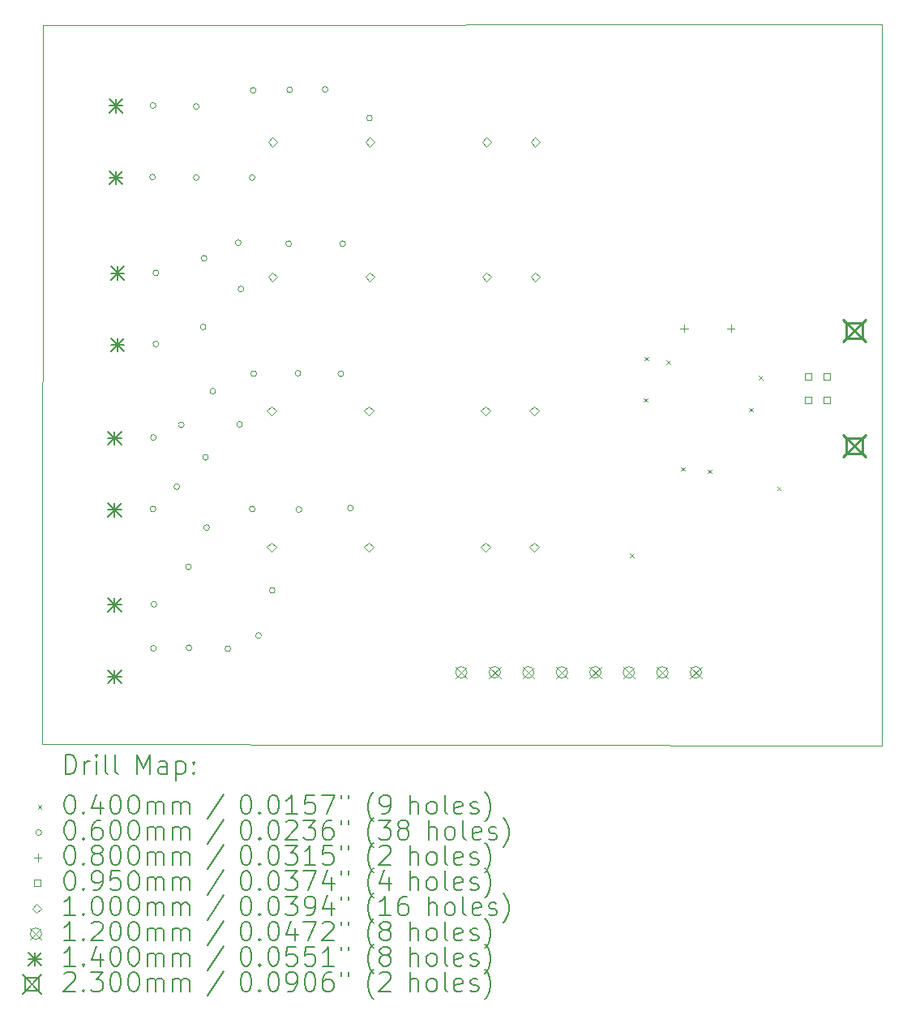
<source format=gbr>
%TF.GenerationSoftware,KiCad,Pcbnew,6.99.0-unknown-08a8a20794~162~ubuntu22.04.1*%
%TF.CreationDate,2022-12-21T10:24:56+01:00*%
%TF.ProjectId,usb_relay,7573625f-7265-46c6-9179-2e6b69636164,rev?*%
%TF.SameCoordinates,Original*%
%TF.FileFunction,Drillmap*%
%TF.FilePolarity,Positive*%
%FSLAX45Y45*%
G04 Gerber Fmt 4.5, Leading zero omitted, Abs format (unit mm)*
G04 Created by KiCad (PCBNEW 6.99.0-unknown-08a8a20794~162~ubuntu22.04.1) date 2022-12-21 10:24:56*
%MOMM*%
%LPD*%
G01*
G04 APERTURE LIST*
%ADD10C,0.100000*%
%ADD11C,0.200000*%
%ADD12C,0.040000*%
%ADD13C,0.060000*%
%ADD14C,0.080000*%
%ADD15C,0.095000*%
%ADD16C,0.120000*%
%ADD17C,0.140000*%
%ADD18C,0.230000*%
G04 APERTURE END LIST*
D10*
X13136880Y-5323840D02*
X13131800Y-12827000D01*
X21899880Y-5318760D02*
X13136880Y-5323840D01*
X13131800Y-12827000D02*
X21899880Y-12839700D01*
X21899880Y-12839700D02*
X21899880Y-5318760D01*
D11*
D12*
X19271300Y-10838500D02*
X19311300Y-10878500D01*
X19311300Y-10838500D02*
X19271300Y-10878500D01*
X19416080Y-9215440D02*
X19456080Y-9255440D01*
X19456080Y-9215440D02*
X19416080Y-9255440D01*
X19421160Y-8783640D02*
X19461160Y-8823640D01*
X19461160Y-8783640D02*
X19421160Y-8823640D01*
X19649760Y-8824280D02*
X19689760Y-8864280D01*
X19689760Y-8824280D02*
X19649760Y-8864280D01*
X19804700Y-9936800D02*
X19844700Y-9976800D01*
X19844700Y-9936800D02*
X19804700Y-9976800D01*
X20084100Y-9962200D02*
X20124100Y-10002200D01*
X20124100Y-9962200D02*
X20084100Y-10002200D01*
X20513360Y-9317040D02*
X20553360Y-9357040D01*
X20553360Y-9317040D02*
X20513360Y-9357040D01*
X20614960Y-8980490D02*
X20654960Y-9020490D01*
X20654960Y-8980490D02*
X20614960Y-9020490D01*
X20808000Y-10140000D02*
X20848000Y-10180000D01*
X20848000Y-10140000D02*
X20808000Y-10180000D01*
D13*
X14314960Y-6908800D02*
G75*
G03*
X14314960Y-6908800I-30000J0D01*
G01*
X14320040Y-6162040D02*
G75*
G03*
X14320040Y-6162040I-30000J0D01*
G01*
X14320040Y-10373360D02*
G75*
G03*
X14320040Y-10373360I-30000J0D01*
G01*
X14325120Y-9626600D02*
G75*
G03*
X14325120Y-9626600I-30000J0D01*
G01*
X14325120Y-11826240D02*
G75*
G03*
X14325120Y-11826240I-30000J0D01*
G01*
X14330200Y-11369040D02*
G75*
G03*
X14330200Y-11369040I-30000J0D01*
G01*
X14350520Y-7909560D02*
G75*
G03*
X14350520Y-7909560I-30000J0D01*
G01*
X14350520Y-8651240D02*
G75*
G03*
X14350520Y-8651240I-30000J0D01*
G01*
X14568960Y-10139680D02*
G75*
G03*
X14568960Y-10139680I-30000J0D01*
G01*
X14614680Y-9494520D02*
G75*
G03*
X14614680Y-9494520I-30000J0D01*
G01*
X14690880Y-10977880D02*
G75*
G03*
X14690880Y-10977880I-30000J0D01*
G01*
X14695960Y-11821160D02*
G75*
G03*
X14695960Y-11821160I-30000J0D01*
G01*
X14772160Y-6172200D02*
G75*
G03*
X14772160Y-6172200I-30000J0D01*
G01*
X14772160Y-6913880D02*
G75*
G03*
X14772160Y-6913880I-30000J0D01*
G01*
X14843280Y-8473440D02*
G75*
G03*
X14843280Y-8473440I-30000J0D01*
G01*
X14853440Y-7757160D02*
G75*
G03*
X14853440Y-7757160I-30000J0D01*
G01*
X14868680Y-9834880D02*
G75*
G03*
X14868680Y-9834880I-30000J0D01*
G01*
X14878840Y-10566400D02*
G75*
G03*
X14878840Y-10566400I-30000J0D01*
G01*
X14944880Y-9144000D02*
G75*
G03*
X14944880Y-9144000I-30000J0D01*
G01*
X15102360Y-11831320D02*
G75*
G03*
X15102360Y-11831320I-30000J0D01*
G01*
X15209040Y-7594600D02*
G75*
G03*
X15209040Y-7594600I-30000J0D01*
G01*
X15224280Y-9489440D02*
G75*
G03*
X15224280Y-9489440I-30000J0D01*
G01*
X15239520Y-8077200D02*
G75*
G03*
X15239520Y-8077200I-30000J0D01*
G01*
X15356360Y-6913880D02*
G75*
G03*
X15356360Y-6913880I-30000J0D01*
G01*
X15356360Y-10373360D02*
G75*
G03*
X15356360Y-10373360I-30000J0D01*
G01*
X15366520Y-6004560D02*
G75*
G03*
X15366520Y-6004560I-30000J0D01*
G01*
X15371600Y-8961120D02*
G75*
G03*
X15371600Y-8961120I-30000J0D01*
G01*
X15422400Y-11694160D02*
G75*
G03*
X15422400Y-11694160I-30000J0D01*
G01*
X15564640Y-11221720D02*
G75*
G03*
X15564640Y-11221720I-30000J0D01*
G01*
X15737360Y-7604760D02*
G75*
G03*
X15737360Y-7604760I-30000J0D01*
G01*
X15747520Y-5999480D02*
G75*
G03*
X15747520Y-5999480I-30000J0D01*
G01*
X15833880Y-8956040D02*
G75*
G03*
X15833880Y-8956040I-30000J0D01*
G01*
X15844040Y-10378440D02*
G75*
G03*
X15844040Y-10378440I-30000J0D01*
G01*
X16118360Y-5994400D02*
G75*
G03*
X16118360Y-5994400I-30000J0D01*
G01*
X16280920Y-8961120D02*
G75*
G03*
X16280920Y-8961120I-30000J0D01*
G01*
X16301240Y-7604760D02*
G75*
G03*
X16301240Y-7604760I-30000J0D01*
G01*
X16382520Y-10363200D02*
G75*
G03*
X16382520Y-10363200I-30000J0D01*
G01*
X16580640Y-6294120D02*
G75*
G03*
X16580640Y-6294120I-30000J0D01*
G01*
D14*
X19836240Y-8448680D02*
X19836240Y-8528680D01*
X19796240Y-8488680D02*
X19876240Y-8488680D01*
X20326240Y-8448680D02*
X20326240Y-8528680D01*
X20286240Y-8488680D02*
X20366240Y-8488680D01*
D15*
X21163278Y-9022108D02*
X21163278Y-8954932D01*
X21096102Y-8954932D01*
X21096102Y-9022108D01*
X21163278Y-9022108D01*
X21163278Y-9272108D02*
X21163278Y-9204932D01*
X21096102Y-9204932D01*
X21096102Y-9272108D01*
X21163278Y-9272108D01*
X21363278Y-9022108D02*
X21363278Y-8954932D01*
X21296102Y-8954932D01*
X21296102Y-9022108D01*
X21363278Y-9022108D01*
X21363278Y-9272108D02*
X21363278Y-9204932D01*
X21296102Y-9204932D01*
X21296102Y-9272108D01*
X21363278Y-9272108D01*
D10*
X15527650Y-9399850D02*
X15577650Y-9349850D01*
X15527650Y-9299850D01*
X15477650Y-9349850D01*
X15527650Y-9399850D01*
X15527650Y-10822250D02*
X15577650Y-10772250D01*
X15527650Y-10722250D01*
X15477650Y-10772250D01*
X15527650Y-10822250D01*
X15540350Y-6593150D02*
X15590350Y-6543150D01*
X15540350Y-6493150D01*
X15490350Y-6543150D01*
X15540350Y-6593150D01*
X15540350Y-8002850D02*
X15590350Y-7952850D01*
X15540350Y-7902850D01*
X15490350Y-7952850D01*
X15540350Y-8002850D01*
X16543650Y-9399850D02*
X16593650Y-9349850D01*
X16543650Y-9299850D01*
X16493650Y-9349850D01*
X16543650Y-9399850D01*
X16543650Y-10822250D02*
X16593650Y-10772250D01*
X16543650Y-10722250D01*
X16493650Y-10772250D01*
X16543650Y-10822250D01*
X16556350Y-6593150D02*
X16606350Y-6543150D01*
X16556350Y-6493150D01*
X16506350Y-6543150D01*
X16556350Y-6593150D01*
X16556350Y-8002850D02*
X16606350Y-7952850D01*
X16556350Y-7902850D01*
X16506350Y-7952850D01*
X16556350Y-8002850D01*
X17762850Y-9399850D02*
X17812850Y-9349850D01*
X17762850Y-9299850D01*
X17712850Y-9349850D01*
X17762850Y-9399850D01*
X17762850Y-10822250D02*
X17812850Y-10772250D01*
X17762850Y-10722250D01*
X17712850Y-10772250D01*
X17762850Y-10822250D01*
X17775550Y-6593150D02*
X17825550Y-6543150D01*
X17775550Y-6493150D01*
X17725550Y-6543150D01*
X17775550Y-6593150D01*
X17775550Y-8002850D02*
X17825550Y-7952850D01*
X17775550Y-7902850D01*
X17725550Y-7952850D01*
X17775550Y-8002850D01*
X18270850Y-9399850D02*
X18320850Y-9349850D01*
X18270850Y-9299850D01*
X18220850Y-9349850D01*
X18270850Y-9399850D01*
X18270850Y-10822250D02*
X18320850Y-10772250D01*
X18270850Y-10722250D01*
X18220850Y-10772250D01*
X18270850Y-10822250D01*
X18283550Y-6593150D02*
X18333550Y-6543150D01*
X18283550Y-6493150D01*
X18233550Y-6543150D01*
X18283550Y-6593150D01*
X18283550Y-8002850D02*
X18333550Y-7952850D01*
X18283550Y-7902850D01*
X18233550Y-7952850D01*
X18283550Y-8002850D01*
D16*
X17450300Y-12017700D02*
X17570300Y-12137700D01*
X17570300Y-12017700D02*
X17450300Y-12137700D01*
X17570300Y-12077700D02*
G75*
G03*
X17570300Y-12077700I-60000J0D01*
G01*
X17800300Y-12017700D02*
X17920300Y-12137700D01*
X17920300Y-12017700D02*
X17800300Y-12137700D01*
X17920300Y-12077700D02*
G75*
G03*
X17920300Y-12077700I-60000J0D01*
G01*
X18150300Y-12017700D02*
X18270300Y-12137700D01*
X18270300Y-12017700D02*
X18150300Y-12137700D01*
X18270300Y-12077700D02*
G75*
G03*
X18270300Y-12077700I-60000J0D01*
G01*
X18500300Y-12017700D02*
X18620300Y-12137700D01*
X18620300Y-12017700D02*
X18500300Y-12137700D01*
X18620300Y-12077700D02*
G75*
G03*
X18620300Y-12077700I-60000J0D01*
G01*
X18850300Y-12017700D02*
X18970300Y-12137700D01*
X18970300Y-12017700D02*
X18850300Y-12137700D01*
X18970300Y-12077700D02*
G75*
G03*
X18970300Y-12077700I-60000J0D01*
G01*
X19200300Y-12017700D02*
X19320300Y-12137700D01*
X19320300Y-12017700D02*
X19200300Y-12137700D01*
X19320300Y-12077700D02*
G75*
G03*
X19320300Y-12077700I-60000J0D01*
G01*
X19550300Y-12017700D02*
X19670300Y-12137700D01*
X19670300Y-12017700D02*
X19550300Y-12137700D01*
X19670300Y-12077700D02*
G75*
G03*
X19670300Y-12077700I-60000J0D01*
G01*
X19900300Y-12017700D02*
X20020300Y-12137700D01*
X20020300Y-12017700D02*
X19900300Y-12137700D01*
X20020300Y-12077700D02*
G75*
G03*
X20020300Y-12077700I-60000J0D01*
G01*
D17*
X13819850Y-9562600D02*
X13959850Y-9702600D01*
X13959850Y-9562600D02*
X13819850Y-9702600D01*
X13889850Y-9562600D02*
X13889850Y-9702600D01*
X13819850Y-9632600D02*
X13959850Y-9632600D01*
X13819850Y-10312600D02*
X13959850Y-10452600D01*
X13959850Y-10312600D02*
X13819850Y-10452600D01*
X13889850Y-10312600D02*
X13889850Y-10452600D01*
X13819850Y-10382600D02*
X13959850Y-10382600D01*
X13819850Y-11302500D02*
X13959850Y-11442500D01*
X13959850Y-11302500D02*
X13819850Y-11442500D01*
X13889850Y-11302500D02*
X13889850Y-11442500D01*
X13819850Y-11372500D02*
X13959850Y-11372500D01*
X13819850Y-12052500D02*
X13959850Y-12192500D01*
X13959850Y-12052500D02*
X13819850Y-12192500D01*
X13889850Y-12052500D02*
X13889850Y-12192500D01*
X13819850Y-12122500D02*
X13959850Y-12122500D01*
X13832550Y-6095500D02*
X13972550Y-6235500D01*
X13972550Y-6095500D02*
X13832550Y-6235500D01*
X13902550Y-6095500D02*
X13902550Y-6235500D01*
X13832550Y-6165500D02*
X13972550Y-6165500D01*
X13832550Y-6845500D02*
X13972550Y-6985500D01*
X13972550Y-6845500D02*
X13832550Y-6985500D01*
X13902550Y-6845500D02*
X13902550Y-6985500D01*
X13832550Y-6915500D02*
X13972550Y-6915500D01*
X13849200Y-7841400D02*
X13989200Y-7981400D01*
X13989200Y-7841400D02*
X13849200Y-7981400D01*
X13919200Y-7841400D02*
X13919200Y-7981400D01*
X13849200Y-7911400D02*
X13989200Y-7911400D01*
X13849200Y-8591400D02*
X13989200Y-8731400D01*
X13989200Y-8591400D02*
X13849200Y-8731400D01*
X13919200Y-8591400D02*
X13919200Y-8731400D01*
X13849200Y-8661400D02*
X13989200Y-8661400D01*
D18*
X21500690Y-8398520D02*
X21730690Y-8628520D01*
X21730690Y-8398520D02*
X21500690Y-8628520D01*
X21697008Y-8594838D02*
X21697008Y-8432202D01*
X21534372Y-8432202D01*
X21534372Y-8594838D01*
X21697008Y-8594838D01*
X21500690Y-9598520D02*
X21730690Y-9828520D01*
X21730690Y-9598520D02*
X21500690Y-9828520D01*
X21697008Y-9794838D02*
X21697008Y-9632202D01*
X21534372Y-9632202D01*
X21534372Y-9794838D01*
X21697008Y-9794838D01*
D11*
X13374419Y-13138176D02*
X13374419Y-12938176D01*
X13374419Y-12938176D02*
X13422038Y-12938176D01*
X13422038Y-12938176D02*
X13450609Y-12947700D01*
X13450609Y-12947700D02*
X13469657Y-12966748D01*
X13469657Y-12966748D02*
X13479181Y-12985795D01*
X13479181Y-12985795D02*
X13488705Y-13023890D01*
X13488705Y-13023890D02*
X13488705Y-13052462D01*
X13488705Y-13052462D02*
X13479181Y-13090557D01*
X13479181Y-13090557D02*
X13469657Y-13109605D01*
X13469657Y-13109605D02*
X13450609Y-13128652D01*
X13450609Y-13128652D02*
X13422038Y-13138176D01*
X13422038Y-13138176D02*
X13374419Y-13138176D01*
X13574419Y-13138176D02*
X13574419Y-13004843D01*
X13574419Y-13042938D02*
X13583943Y-13023890D01*
X13583943Y-13023890D02*
X13593467Y-13014367D01*
X13593467Y-13014367D02*
X13612514Y-13004843D01*
X13612514Y-13004843D02*
X13631562Y-13004843D01*
X13698228Y-13138176D02*
X13698228Y-13004843D01*
X13698228Y-12938176D02*
X13688705Y-12947700D01*
X13688705Y-12947700D02*
X13698228Y-12957224D01*
X13698228Y-12957224D02*
X13707752Y-12947700D01*
X13707752Y-12947700D02*
X13698228Y-12938176D01*
X13698228Y-12938176D02*
X13698228Y-12957224D01*
X13822038Y-13138176D02*
X13802990Y-13128652D01*
X13802990Y-13128652D02*
X13793467Y-13109605D01*
X13793467Y-13109605D02*
X13793467Y-12938176D01*
X13926800Y-13138176D02*
X13907752Y-13128652D01*
X13907752Y-13128652D02*
X13898228Y-13109605D01*
X13898228Y-13109605D02*
X13898228Y-12938176D01*
X14122990Y-13138176D02*
X14122990Y-12938176D01*
X14122990Y-12938176D02*
X14189657Y-13081033D01*
X14189657Y-13081033D02*
X14256324Y-12938176D01*
X14256324Y-12938176D02*
X14256324Y-13138176D01*
X14437276Y-13138176D02*
X14437276Y-13033414D01*
X14437276Y-13033414D02*
X14427752Y-13014367D01*
X14427752Y-13014367D02*
X14408705Y-13004843D01*
X14408705Y-13004843D02*
X14370609Y-13004843D01*
X14370609Y-13004843D02*
X14351562Y-13014367D01*
X14437276Y-13128652D02*
X14418228Y-13138176D01*
X14418228Y-13138176D02*
X14370609Y-13138176D01*
X14370609Y-13138176D02*
X14351562Y-13128652D01*
X14351562Y-13128652D02*
X14342038Y-13109605D01*
X14342038Y-13109605D02*
X14342038Y-13090557D01*
X14342038Y-13090557D02*
X14351562Y-13071509D01*
X14351562Y-13071509D02*
X14370609Y-13061986D01*
X14370609Y-13061986D02*
X14418228Y-13061986D01*
X14418228Y-13061986D02*
X14437276Y-13052462D01*
X14532514Y-13004843D02*
X14532514Y-13204843D01*
X14532514Y-13014367D02*
X14551562Y-13004843D01*
X14551562Y-13004843D02*
X14589657Y-13004843D01*
X14589657Y-13004843D02*
X14608705Y-13014367D01*
X14608705Y-13014367D02*
X14618228Y-13023890D01*
X14618228Y-13023890D02*
X14627752Y-13042938D01*
X14627752Y-13042938D02*
X14627752Y-13100081D01*
X14627752Y-13100081D02*
X14618228Y-13119128D01*
X14618228Y-13119128D02*
X14608705Y-13128652D01*
X14608705Y-13128652D02*
X14589657Y-13138176D01*
X14589657Y-13138176D02*
X14551562Y-13138176D01*
X14551562Y-13138176D02*
X14532514Y-13128652D01*
X14713467Y-13119128D02*
X14722990Y-13128652D01*
X14722990Y-13128652D02*
X14713467Y-13138176D01*
X14713467Y-13138176D02*
X14703943Y-13128652D01*
X14703943Y-13128652D02*
X14713467Y-13119128D01*
X14713467Y-13119128D02*
X14713467Y-13138176D01*
X14713467Y-13014367D02*
X14722990Y-13023890D01*
X14722990Y-13023890D02*
X14713467Y-13033414D01*
X14713467Y-13033414D02*
X14703943Y-13023890D01*
X14703943Y-13023890D02*
X14713467Y-13014367D01*
X14713467Y-13014367D02*
X14713467Y-13033414D01*
D12*
X13086800Y-13464700D02*
X13126800Y-13504700D01*
X13126800Y-13464700D02*
X13086800Y-13504700D01*
D11*
X13412514Y-13358176D02*
X13431562Y-13358176D01*
X13431562Y-13358176D02*
X13450609Y-13367700D01*
X13450609Y-13367700D02*
X13460133Y-13377224D01*
X13460133Y-13377224D02*
X13469657Y-13396271D01*
X13469657Y-13396271D02*
X13479181Y-13434367D01*
X13479181Y-13434367D02*
X13479181Y-13481986D01*
X13479181Y-13481986D02*
X13469657Y-13520081D01*
X13469657Y-13520081D02*
X13460133Y-13539128D01*
X13460133Y-13539128D02*
X13450609Y-13548652D01*
X13450609Y-13548652D02*
X13431562Y-13558176D01*
X13431562Y-13558176D02*
X13412514Y-13558176D01*
X13412514Y-13558176D02*
X13393467Y-13548652D01*
X13393467Y-13548652D02*
X13383943Y-13539128D01*
X13383943Y-13539128D02*
X13374419Y-13520081D01*
X13374419Y-13520081D02*
X13364895Y-13481986D01*
X13364895Y-13481986D02*
X13364895Y-13434367D01*
X13364895Y-13434367D02*
X13374419Y-13396271D01*
X13374419Y-13396271D02*
X13383943Y-13377224D01*
X13383943Y-13377224D02*
X13393467Y-13367700D01*
X13393467Y-13367700D02*
X13412514Y-13358176D01*
X13564895Y-13539128D02*
X13574419Y-13548652D01*
X13574419Y-13548652D02*
X13564895Y-13558176D01*
X13564895Y-13558176D02*
X13555371Y-13548652D01*
X13555371Y-13548652D02*
X13564895Y-13539128D01*
X13564895Y-13539128D02*
X13564895Y-13558176D01*
X13745848Y-13424843D02*
X13745848Y-13558176D01*
X13698228Y-13348652D02*
X13650609Y-13491509D01*
X13650609Y-13491509D02*
X13774419Y-13491509D01*
X13888705Y-13358176D02*
X13907752Y-13358176D01*
X13907752Y-13358176D02*
X13926800Y-13367700D01*
X13926800Y-13367700D02*
X13936324Y-13377224D01*
X13936324Y-13377224D02*
X13945848Y-13396271D01*
X13945848Y-13396271D02*
X13955371Y-13434367D01*
X13955371Y-13434367D02*
X13955371Y-13481986D01*
X13955371Y-13481986D02*
X13945848Y-13520081D01*
X13945848Y-13520081D02*
X13936324Y-13539128D01*
X13936324Y-13539128D02*
X13926800Y-13548652D01*
X13926800Y-13548652D02*
X13907752Y-13558176D01*
X13907752Y-13558176D02*
X13888705Y-13558176D01*
X13888705Y-13558176D02*
X13869657Y-13548652D01*
X13869657Y-13548652D02*
X13860133Y-13539128D01*
X13860133Y-13539128D02*
X13850609Y-13520081D01*
X13850609Y-13520081D02*
X13841086Y-13481986D01*
X13841086Y-13481986D02*
X13841086Y-13434367D01*
X13841086Y-13434367D02*
X13850609Y-13396271D01*
X13850609Y-13396271D02*
X13860133Y-13377224D01*
X13860133Y-13377224D02*
X13869657Y-13367700D01*
X13869657Y-13367700D02*
X13888705Y-13358176D01*
X14079181Y-13358176D02*
X14098229Y-13358176D01*
X14098229Y-13358176D02*
X14117276Y-13367700D01*
X14117276Y-13367700D02*
X14126800Y-13377224D01*
X14126800Y-13377224D02*
X14136324Y-13396271D01*
X14136324Y-13396271D02*
X14145848Y-13434367D01*
X14145848Y-13434367D02*
X14145848Y-13481986D01*
X14145848Y-13481986D02*
X14136324Y-13520081D01*
X14136324Y-13520081D02*
X14126800Y-13539128D01*
X14126800Y-13539128D02*
X14117276Y-13548652D01*
X14117276Y-13548652D02*
X14098229Y-13558176D01*
X14098229Y-13558176D02*
X14079181Y-13558176D01*
X14079181Y-13558176D02*
X14060133Y-13548652D01*
X14060133Y-13548652D02*
X14050609Y-13539128D01*
X14050609Y-13539128D02*
X14041086Y-13520081D01*
X14041086Y-13520081D02*
X14031562Y-13481986D01*
X14031562Y-13481986D02*
X14031562Y-13434367D01*
X14031562Y-13434367D02*
X14041086Y-13396271D01*
X14041086Y-13396271D02*
X14050609Y-13377224D01*
X14050609Y-13377224D02*
X14060133Y-13367700D01*
X14060133Y-13367700D02*
X14079181Y-13358176D01*
X14231562Y-13558176D02*
X14231562Y-13424843D01*
X14231562Y-13443890D02*
X14241086Y-13434367D01*
X14241086Y-13434367D02*
X14260133Y-13424843D01*
X14260133Y-13424843D02*
X14288705Y-13424843D01*
X14288705Y-13424843D02*
X14307752Y-13434367D01*
X14307752Y-13434367D02*
X14317276Y-13453414D01*
X14317276Y-13453414D02*
X14317276Y-13558176D01*
X14317276Y-13453414D02*
X14326800Y-13434367D01*
X14326800Y-13434367D02*
X14345848Y-13424843D01*
X14345848Y-13424843D02*
X14374419Y-13424843D01*
X14374419Y-13424843D02*
X14393467Y-13434367D01*
X14393467Y-13434367D02*
X14402990Y-13453414D01*
X14402990Y-13453414D02*
X14402990Y-13558176D01*
X14498229Y-13558176D02*
X14498229Y-13424843D01*
X14498229Y-13443890D02*
X14507752Y-13434367D01*
X14507752Y-13434367D02*
X14526800Y-13424843D01*
X14526800Y-13424843D02*
X14555371Y-13424843D01*
X14555371Y-13424843D02*
X14574419Y-13434367D01*
X14574419Y-13434367D02*
X14583943Y-13453414D01*
X14583943Y-13453414D02*
X14583943Y-13558176D01*
X14583943Y-13453414D02*
X14593467Y-13434367D01*
X14593467Y-13434367D02*
X14612514Y-13424843D01*
X14612514Y-13424843D02*
X14641086Y-13424843D01*
X14641086Y-13424843D02*
X14660133Y-13434367D01*
X14660133Y-13434367D02*
X14669657Y-13453414D01*
X14669657Y-13453414D02*
X14669657Y-13558176D01*
X15027752Y-13348652D02*
X14856324Y-13605795D01*
X15252514Y-13358176D02*
X15271562Y-13358176D01*
X15271562Y-13358176D02*
X15290610Y-13367700D01*
X15290610Y-13367700D02*
X15300133Y-13377224D01*
X15300133Y-13377224D02*
X15309657Y-13396271D01*
X15309657Y-13396271D02*
X15319181Y-13434367D01*
X15319181Y-13434367D02*
X15319181Y-13481986D01*
X15319181Y-13481986D02*
X15309657Y-13520081D01*
X15309657Y-13520081D02*
X15300133Y-13539128D01*
X15300133Y-13539128D02*
X15290610Y-13548652D01*
X15290610Y-13548652D02*
X15271562Y-13558176D01*
X15271562Y-13558176D02*
X15252514Y-13558176D01*
X15252514Y-13558176D02*
X15233467Y-13548652D01*
X15233467Y-13548652D02*
X15223943Y-13539128D01*
X15223943Y-13539128D02*
X15214419Y-13520081D01*
X15214419Y-13520081D02*
X15204895Y-13481986D01*
X15204895Y-13481986D02*
X15204895Y-13434367D01*
X15204895Y-13434367D02*
X15214419Y-13396271D01*
X15214419Y-13396271D02*
X15223943Y-13377224D01*
X15223943Y-13377224D02*
X15233467Y-13367700D01*
X15233467Y-13367700D02*
X15252514Y-13358176D01*
X15404895Y-13539128D02*
X15414419Y-13548652D01*
X15414419Y-13548652D02*
X15404895Y-13558176D01*
X15404895Y-13558176D02*
X15395371Y-13548652D01*
X15395371Y-13548652D02*
X15404895Y-13539128D01*
X15404895Y-13539128D02*
X15404895Y-13558176D01*
X15538229Y-13358176D02*
X15557276Y-13358176D01*
X15557276Y-13358176D02*
X15576324Y-13367700D01*
X15576324Y-13367700D02*
X15585848Y-13377224D01*
X15585848Y-13377224D02*
X15595371Y-13396271D01*
X15595371Y-13396271D02*
X15604895Y-13434367D01*
X15604895Y-13434367D02*
X15604895Y-13481986D01*
X15604895Y-13481986D02*
X15595371Y-13520081D01*
X15595371Y-13520081D02*
X15585848Y-13539128D01*
X15585848Y-13539128D02*
X15576324Y-13548652D01*
X15576324Y-13548652D02*
X15557276Y-13558176D01*
X15557276Y-13558176D02*
X15538229Y-13558176D01*
X15538229Y-13558176D02*
X15519181Y-13548652D01*
X15519181Y-13548652D02*
X15509657Y-13539128D01*
X15509657Y-13539128D02*
X15500133Y-13520081D01*
X15500133Y-13520081D02*
X15490610Y-13481986D01*
X15490610Y-13481986D02*
X15490610Y-13434367D01*
X15490610Y-13434367D02*
X15500133Y-13396271D01*
X15500133Y-13396271D02*
X15509657Y-13377224D01*
X15509657Y-13377224D02*
X15519181Y-13367700D01*
X15519181Y-13367700D02*
X15538229Y-13358176D01*
X15795371Y-13558176D02*
X15681086Y-13558176D01*
X15738229Y-13558176D02*
X15738229Y-13358176D01*
X15738229Y-13358176D02*
X15719181Y-13386748D01*
X15719181Y-13386748D02*
X15700133Y-13405795D01*
X15700133Y-13405795D02*
X15681086Y-13415319D01*
X15976324Y-13358176D02*
X15881086Y-13358176D01*
X15881086Y-13358176D02*
X15871562Y-13453414D01*
X15871562Y-13453414D02*
X15881086Y-13443890D01*
X15881086Y-13443890D02*
X15900133Y-13434367D01*
X15900133Y-13434367D02*
X15947752Y-13434367D01*
X15947752Y-13434367D02*
X15966800Y-13443890D01*
X15966800Y-13443890D02*
X15976324Y-13453414D01*
X15976324Y-13453414D02*
X15985848Y-13472462D01*
X15985848Y-13472462D02*
X15985848Y-13520081D01*
X15985848Y-13520081D02*
X15976324Y-13539128D01*
X15976324Y-13539128D02*
X15966800Y-13548652D01*
X15966800Y-13548652D02*
X15947752Y-13558176D01*
X15947752Y-13558176D02*
X15900133Y-13558176D01*
X15900133Y-13558176D02*
X15881086Y-13548652D01*
X15881086Y-13548652D02*
X15871562Y-13539128D01*
X16052514Y-13358176D02*
X16185848Y-13358176D01*
X16185848Y-13358176D02*
X16100133Y-13558176D01*
X16252514Y-13358176D02*
X16252514Y-13396271D01*
X16328705Y-13358176D02*
X16328705Y-13396271D01*
X16591562Y-13634367D02*
X16582038Y-13624843D01*
X16582038Y-13624843D02*
X16562991Y-13596271D01*
X16562991Y-13596271D02*
X16553467Y-13577224D01*
X16553467Y-13577224D02*
X16543943Y-13548652D01*
X16543943Y-13548652D02*
X16534419Y-13501033D01*
X16534419Y-13501033D02*
X16534419Y-13462938D01*
X16534419Y-13462938D02*
X16543943Y-13415319D01*
X16543943Y-13415319D02*
X16553467Y-13386748D01*
X16553467Y-13386748D02*
X16562991Y-13367700D01*
X16562991Y-13367700D02*
X16582038Y-13339128D01*
X16582038Y-13339128D02*
X16591562Y-13329605D01*
X16677276Y-13558176D02*
X16715371Y-13558176D01*
X16715371Y-13558176D02*
X16734419Y-13548652D01*
X16734419Y-13548652D02*
X16743943Y-13539128D01*
X16743943Y-13539128D02*
X16762991Y-13510557D01*
X16762991Y-13510557D02*
X16772514Y-13472462D01*
X16772514Y-13472462D02*
X16772514Y-13396271D01*
X16772514Y-13396271D02*
X16762991Y-13377224D01*
X16762991Y-13377224D02*
X16753467Y-13367700D01*
X16753467Y-13367700D02*
X16734419Y-13358176D01*
X16734419Y-13358176D02*
X16696324Y-13358176D01*
X16696324Y-13358176D02*
X16677276Y-13367700D01*
X16677276Y-13367700D02*
X16667752Y-13377224D01*
X16667752Y-13377224D02*
X16658229Y-13396271D01*
X16658229Y-13396271D02*
X16658229Y-13443890D01*
X16658229Y-13443890D02*
X16667752Y-13462938D01*
X16667752Y-13462938D02*
X16677276Y-13472462D01*
X16677276Y-13472462D02*
X16696324Y-13481986D01*
X16696324Y-13481986D02*
X16734419Y-13481986D01*
X16734419Y-13481986D02*
X16753467Y-13472462D01*
X16753467Y-13472462D02*
X16762991Y-13462938D01*
X16762991Y-13462938D02*
X16772514Y-13443890D01*
X16978229Y-13558176D02*
X16978229Y-13358176D01*
X17063943Y-13558176D02*
X17063943Y-13453414D01*
X17063943Y-13453414D02*
X17054419Y-13434367D01*
X17054419Y-13434367D02*
X17035372Y-13424843D01*
X17035372Y-13424843D02*
X17006800Y-13424843D01*
X17006800Y-13424843D02*
X16987753Y-13434367D01*
X16987753Y-13434367D02*
X16978229Y-13443890D01*
X17187753Y-13558176D02*
X17168705Y-13548652D01*
X17168705Y-13548652D02*
X17159181Y-13539128D01*
X17159181Y-13539128D02*
X17149657Y-13520081D01*
X17149657Y-13520081D02*
X17149657Y-13462938D01*
X17149657Y-13462938D02*
X17159181Y-13443890D01*
X17159181Y-13443890D02*
X17168705Y-13434367D01*
X17168705Y-13434367D02*
X17187753Y-13424843D01*
X17187753Y-13424843D02*
X17216324Y-13424843D01*
X17216324Y-13424843D02*
X17235372Y-13434367D01*
X17235372Y-13434367D02*
X17244895Y-13443890D01*
X17244895Y-13443890D02*
X17254419Y-13462938D01*
X17254419Y-13462938D02*
X17254419Y-13520081D01*
X17254419Y-13520081D02*
X17244895Y-13539128D01*
X17244895Y-13539128D02*
X17235372Y-13548652D01*
X17235372Y-13548652D02*
X17216324Y-13558176D01*
X17216324Y-13558176D02*
X17187753Y-13558176D01*
X17368705Y-13558176D02*
X17349657Y-13548652D01*
X17349657Y-13548652D02*
X17340134Y-13529605D01*
X17340134Y-13529605D02*
X17340134Y-13358176D01*
X17521086Y-13548652D02*
X17502038Y-13558176D01*
X17502038Y-13558176D02*
X17463943Y-13558176D01*
X17463943Y-13558176D02*
X17444895Y-13548652D01*
X17444895Y-13548652D02*
X17435372Y-13529605D01*
X17435372Y-13529605D02*
X17435372Y-13453414D01*
X17435372Y-13453414D02*
X17444895Y-13434367D01*
X17444895Y-13434367D02*
X17463943Y-13424843D01*
X17463943Y-13424843D02*
X17502038Y-13424843D01*
X17502038Y-13424843D02*
X17521086Y-13434367D01*
X17521086Y-13434367D02*
X17530610Y-13453414D01*
X17530610Y-13453414D02*
X17530610Y-13472462D01*
X17530610Y-13472462D02*
X17435372Y-13491509D01*
X17606800Y-13548652D02*
X17625848Y-13558176D01*
X17625848Y-13558176D02*
X17663943Y-13558176D01*
X17663943Y-13558176D02*
X17682991Y-13548652D01*
X17682991Y-13548652D02*
X17692515Y-13529605D01*
X17692515Y-13529605D02*
X17692515Y-13520081D01*
X17692515Y-13520081D02*
X17682991Y-13501033D01*
X17682991Y-13501033D02*
X17663943Y-13491509D01*
X17663943Y-13491509D02*
X17635372Y-13491509D01*
X17635372Y-13491509D02*
X17616324Y-13481986D01*
X17616324Y-13481986D02*
X17606800Y-13462938D01*
X17606800Y-13462938D02*
X17606800Y-13453414D01*
X17606800Y-13453414D02*
X17616324Y-13434367D01*
X17616324Y-13434367D02*
X17635372Y-13424843D01*
X17635372Y-13424843D02*
X17663943Y-13424843D01*
X17663943Y-13424843D02*
X17682991Y-13434367D01*
X17759181Y-13634367D02*
X17768705Y-13624843D01*
X17768705Y-13624843D02*
X17787753Y-13596271D01*
X17787753Y-13596271D02*
X17797276Y-13577224D01*
X17797276Y-13577224D02*
X17806800Y-13548652D01*
X17806800Y-13548652D02*
X17816324Y-13501033D01*
X17816324Y-13501033D02*
X17816324Y-13462938D01*
X17816324Y-13462938D02*
X17806800Y-13415319D01*
X17806800Y-13415319D02*
X17797276Y-13386748D01*
X17797276Y-13386748D02*
X17787753Y-13367700D01*
X17787753Y-13367700D02*
X17768705Y-13339128D01*
X17768705Y-13339128D02*
X17759181Y-13329605D01*
D13*
X13126800Y-13748700D02*
G75*
G03*
X13126800Y-13748700I-30000J0D01*
G01*
D11*
X13412514Y-13622176D02*
X13431562Y-13622176D01*
X13431562Y-13622176D02*
X13450609Y-13631700D01*
X13450609Y-13631700D02*
X13460133Y-13641224D01*
X13460133Y-13641224D02*
X13469657Y-13660271D01*
X13469657Y-13660271D02*
X13479181Y-13698367D01*
X13479181Y-13698367D02*
X13479181Y-13745986D01*
X13479181Y-13745986D02*
X13469657Y-13784081D01*
X13469657Y-13784081D02*
X13460133Y-13803128D01*
X13460133Y-13803128D02*
X13450609Y-13812652D01*
X13450609Y-13812652D02*
X13431562Y-13822176D01*
X13431562Y-13822176D02*
X13412514Y-13822176D01*
X13412514Y-13822176D02*
X13393467Y-13812652D01*
X13393467Y-13812652D02*
X13383943Y-13803128D01*
X13383943Y-13803128D02*
X13374419Y-13784081D01*
X13374419Y-13784081D02*
X13364895Y-13745986D01*
X13364895Y-13745986D02*
X13364895Y-13698367D01*
X13364895Y-13698367D02*
X13374419Y-13660271D01*
X13374419Y-13660271D02*
X13383943Y-13641224D01*
X13383943Y-13641224D02*
X13393467Y-13631700D01*
X13393467Y-13631700D02*
X13412514Y-13622176D01*
X13564895Y-13803128D02*
X13574419Y-13812652D01*
X13574419Y-13812652D02*
X13564895Y-13822176D01*
X13564895Y-13822176D02*
X13555371Y-13812652D01*
X13555371Y-13812652D02*
X13564895Y-13803128D01*
X13564895Y-13803128D02*
X13564895Y-13822176D01*
X13745848Y-13622176D02*
X13707752Y-13622176D01*
X13707752Y-13622176D02*
X13688705Y-13631700D01*
X13688705Y-13631700D02*
X13679181Y-13641224D01*
X13679181Y-13641224D02*
X13660133Y-13669795D01*
X13660133Y-13669795D02*
X13650609Y-13707890D01*
X13650609Y-13707890D02*
X13650609Y-13784081D01*
X13650609Y-13784081D02*
X13660133Y-13803128D01*
X13660133Y-13803128D02*
X13669657Y-13812652D01*
X13669657Y-13812652D02*
X13688705Y-13822176D01*
X13688705Y-13822176D02*
X13726800Y-13822176D01*
X13726800Y-13822176D02*
X13745848Y-13812652D01*
X13745848Y-13812652D02*
X13755371Y-13803128D01*
X13755371Y-13803128D02*
X13764895Y-13784081D01*
X13764895Y-13784081D02*
X13764895Y-13736462D01*
X13764895Y-13736462D02*
X13755371Y-13717414D01*
X13755371Y-13717414D02*
X13745848Y-13707890D01*
X13745848Y-13707890D02*
X13726800Y-13698367D01*
X13726800Y-13698367D02*
X13688705Y-13698367D01*
X13688705Y-13698367D02*
X13669657Y-13707890D01*
X13669657Y-13707890D02*
X13660133Y-13717414D01*
X13660133Y-13717414D02*
X13650609Y-13736462D01*
X13888705Y-13622176D02*
X13907752Y-13622176D01*
X13907752Y-13622176D02*
X13926800Y-13631700D01*
X13926800Y-13631700D02*
X13936324Y-13641224D01*
X13936324Y-13641224D02*
X13945848Y-13660271D01*
X13945848Y-13660271D02*
X13955371Y-13698367D01*
X13955371Y-13698367D02*
X13955371Y-13745986D01*
X13955371Y-13745986D02*
X13945848Y-13784081D01*
X13945848Y-13784081D02*
X13936324Y-13803128D01*
X13936324Y-13803128D02*
X13926800Y-13812652D01*
X13926800Y-13812652D02*
X13907752Y-13822176D01*
X13907752Y-13822176D02*
X13888705Y-13822176D01*
X13888705Y-13822176D02*
X13869657Y-13812652D01*
X13869657Y-13812652D02*
X13860133Y-13803128D01*
X13860133Y-13803128D02*
X13850609Y-13784081D01*
X13850609Y-13784081D02*
X13841086Y-13745986D01*
X13841086Y-13745986D02*
X13841086Y-13698367D01*
X13841086Y-13698367D02*
X13850609Y-13660271D01*
X13850609Y-13660271D02*
X13860133Y-13641224D01*
X13860133Y-13641224D02*
X13869657Y-13631700D01*
X13869657Y-13631700D02*
X13888705Y-13622176D01*
X14079181Y-13622176D02*
X14098229Y-13622176D01*
X14098229Y-13622176D02*
X14117276Y-13631700D01*
X14117276Y-13631700D02*
X14126800Y-13641224D01*
X14126800Y-13641224D02*
X14136324Y-13660271D01*
X14136324Y-13660271D02*
X14145848Y-13698367D01*
X14145848Y-13698367D02*
X14145848Y-13745986D01*
X14145848Y-13745986D02*
X14136324Y-13784081D01*
X14136324Y-13784081D02*
X14126800Y-13803128D01*
X14126800Y-13803128D02*
X14117276Y-13812652D01*
X14117276Y-13812652D02*
X14098229Y-13822176D01*
X14098229Y-13822176D02*
X14079181Y-13822176D01*
X14079181Y-13822176D02*
X14060133Y-13812652D01*
X14060133Y-13812652D02*
X14050609Y-13803128D01*
X14050609Y-13803128D02*
X14041086Y-13784081D01*
X14041086Y-13784081D02*
X14031562Y-13745986D01*
X14031562Y-13745986D02*
X14031562Y-13698367D01*
X14031562Y-13698367D02*
X14041086Y-13660271D01*
X14041086Y-13660271D02*
X14050609Y-13641224D01*
X14050609Y-13641224D02*
X14060133Y-13631700D01*
X14060133Y-13631700D02*
X14079181Y-13622176D01*
X14231562Y-13822176D02*
X14231562Y-13688843D01*
X14231562Y-13707890D02*
X14241086Y-13698367D01*
X14241086Y-13698367D02*
X14260133Y-13688843D01*
X14260133Y-13688843D02*
X14288705Y-13688843D01*
X14288705Y-13688843D02*
X14307752Y-13698367D01*
X14307752Y-13698367D02*
X14317276Y-13717414D01*
X14317276Y-13717414D02*
X14317276Y-13822176D01*
X14317276Y-13717414D02*
X14326800Y-13698367D01*
X14326800Y-13698367D02*
X14345848Y-13688843D01*
X14345848Y-13688843D02*
X14374419Y-13688843D01*
X14374419Y-13688843D02*
X14393467Y-13698367D01*
X14393467Y-13698367D02*
X14402990Y-13717414D01*
X14402990Y-13717414D02*
X14402990Y-13822176D01*
X14498229Y-13822176D02*
X14498229Y-13688843D01*
X14498229Y-13707890D02*
X14507752Y-13698367D01*
X14507752Y-13698367D02*
X14526800Y-13688843D01*
X14526800Y-13688843D02*
X14555371Y-13688843D01*
X14555371Y-13688843D02*
X14574419Y-13698367D01*
X14574419Y-13698367D02*
X14583943Y-13717414D01*
X14583943Y-13717414D02*
X14583943Y-13822176D01*
X14583943Y-13717414D02*
X14593467Y-13698367D01*
X14593467Y-13698367D02*
X14612514Y-13688843D01*
X14612514Y-13688843D02*
X14641086Y-13688843D01*
X14641086Y-13688843D02*
X14660133Y-13698367D01*
X14660133Y-13698367D02*
X14669657Y-13717414D01*
X14669657Y-13717414D02*
X14669657Y-13822176D01*
X15027752Y-13612652D02*
X14856324Y-13869795D01*
X15252514Y-13622176D02*
X15271562Y-13622176D01*
X15271562Y-13622176D02*
X15290610Y-13631700D01*
X15290610Y-13631700D02*
X15300133Y-13641224D01*
X15300133Y-13641224D02*
X15309657Y-13660271D01*
X15309657Y-13660271D02*
X15319181Y-13698367D01*
X15319181Y-13698367D02*
X15319181Y-13745986D01*
X15319181Y-13745986D02*
X15309657Y-13784081D01*
X15309657Y-13784081D02*
X15300133Y-13803128D01*
X15300133Y-13803128D02*
X15290610Y-13812652D01*
X15290610Y-13812652D02*
X15271562Y-13822176D01*
X15271562Y-13822176D02*
X15252514Y-13822176D01*
X15252514Y-13822176D02*
X15233467Y-13812652D01*
X15233467Y-13812652D02*
X15223943Y-13803128D01*
X15223943Y-13803128D02*
X15214419Y-13784081D01*
X15214419Y-13784081D02*
X15204895Y-13745986D01*
X15204895Y-13745986D02*
X15204895Y-13698367D01*
X15204895Y-13698367D02*
X15214419Y-13660271D01*
X15214419Y-13660271D02*
X15223943Y-13641224D01*
X15223943Y-13641224D02*
X15233467Y-13631700D01*
X15233467Y-13631700D02*
X15252514Y-13622176D01*
X15404895Y-13803128D02*
X15414419Y-13812652D01*
X15414419Y-13812652D02*
X15404895Y-13822176D01*
X15404895Y-13822176D02*
X15395371Y-13812652D01*
X15395371Y-13812652D02*
X15404895Y-13803128D01*
X15404895Y-13803128D02*
X15404895Y-13822176D01*
X15538229Y-13622176D02*
X15557276Y-13622176D01*
X15557276Y-13622176D02*
X15576324Y-13631700D01*
X15576324Y-13631700D02*
X15585848Y-13641224D01*
X15585848Y-13641224D02*
X15595371Y-13660271D01*
X15595371Y-13660271D02*
X15604895Y-13698367D01*
X15604895Y-13698367D02*
X15604895Y-13745986D01*
X15604895Y-13745986D02*
X15595371Y-13784081D01*
X15595371Y-13784081D02*
X15585848Y-13803128D01*
X15585848Y-13803128D02*
X15576324Y-13812652D01*
X15576324Y-13812652D02*
X15557276Y-13822176D01*
X15557276Y-13822176D02*
X15538229Y-13822176D01*
X15538229Y-13822176D02*
X15519181Y-13812652D01*
X15519181Y-13812652D02*
X15509657Y-13803128D01*
X15509657Y-13803128D02*
X15500133Y-13784081D01*
X15500133Y-13784081D02*
X15490610Y-13745986D01*
X15490610Y-13745986D02*
X15490610Y-13698367D01*
X15490610Y-13698367D02*
X15500133Y-13660271D01*
X15500133Y-13660271D02*
X15509657Y-13641224D01*
X15509657Y-13641224D02*
X15519181Y-13631700D01*
X15519181Y-13631700D02*
X15538229Y-13622176D01*
X15681086Y-13641224D02*
X15690610Y-13631700D01*
X15690610Y-13631700D02*
X15709657Y-13622176D01*
X15709657Y-13622176D02*
X15757276Y-13622176D01*
X15757276Y-13622176D02*
X15776324Y-13631700D01*
X15776324Y-13631700D02*
X15785848Y-13641224D01*
X15785848Y-13641224D02*
X15795371Y-13660271D01*
X15795371Y-13660271D02*
X15795371Y-13679319D01*
X15795371Y-13679319D02*
X15785848Y-13707890D01*
X15785848Y-13707890D02*
X15671562Y-13822176D01*
X15671562Y-13822176D02*
X15795371Y-13822176D01*
X15862038Y-13622176D02*
X15985848Y-13622176D01*
X15985848Y-13622176D02*
X15919181Y-13698367D01*
X15919181Y-13698367D02*
X15947752Y-13698367D01*
X15947752Y-13698367D02*
X15966800Y-13707890D01*
X15966800Y-13707890D02*
X15976324Y-13717414D01*
X15976324Y-13717414D02*
X15985848Y-13736462D01*
X15985848Y-13736462D02*
X15985848Y-13784081D01*
X15985848Y-13784081D02*
X15976324Y-13803128D01*
X15976324Y-13803128D02*
X15966800Y-13812652D01*
X15966800Y-13812652D02*
X15947752Y-13822176D01*
X15947752Y-13822176D02*
X15890610Y-13822176D01*
X15890610Y-13822176D02*
X15871562Y-13812652D01*
X15871562Y-13812652D02*
X15862038Y-13803128D01*
X16157276Y-13622176D02*
X16119181Y-13622176D01*
X16119181Y-13622176D02*
X16100133Y-13631700D01*
X16100133Y-13631700D02*
X16090610Y-13641224D01*
X16090610Y-13641224D02*
X16071562Y-13669795D01*
X16071562Y-13669795D02*
X16062038Y-13707890D01*
X16062038Y-13707890D02*
X16062038Y-13784081D01*
X16062038Y-13784081D02*
X16071562Y-13803128D01*
X16071562Y-13803128D02*
X16081086Y-13812652D01*
X16081086Y-13812652D02*
X16100133Y-13822176D01*
X16100133Y-13822176D02*
X16138229Y-13822176D01*
X16138229Y-13822176D02*
X16157276Y-13812652D01*
X16157276Y-13812652D02*
X16166800Y-13803128D01*
X16166800Y-13803128D02*
X16176324Y-13784081D01*
X16176324Y-13784081D02*
X16176324Y-13736462D01*
X16176324Y-13736462D02*
X16166800Y-13717414D01*
X16166800Y-13717414D02*
X16157276Y-13707890D01*
X16157276Y-13707890D02*
X16138229Y-13698367D01*
X16138229Y-13698367D02*
X16100133Y-13698367D01*
X16100133Y-13698367D02*
X16081086Y-13707890D01*
X16081086Y-13707890D02*
X16071562Y-13717414D01*
X16071562Y-13717414D02*
X16062038Y-13736462D01*
X16252514Y-13622176D02*
X16252514Y-13660271D01*
X16328705Y-13622176D02*
X16328705Y-13660271D01*
X16591562Y-13898367D02*
X16582038Y-13888843D01*
X16582038Y-13888843D02*
X16562991Y-13860271D01*
X16562991Y-13860271D02*
X16553467Y-13841224D01*
X16553467Y-13841224D02*
X16543943Y-13812652D01*
X16543943Y-13812652D02*
X16534419Y-13765033D01*
X16534419Y-13765033D02*
X16534419Y-13726938D01*
X16534419Y-13726938D02*
X16543943Y-13679319D01*
X16543943Y-13679319D02*
X16553467Y-13650748D01*
X16553467Y-13650748D02*
X16562991Y-13631700D01*
X16562991Y-13631700D02*
X16582038Y-13603128D01*
X16582038Y-13603128D02*
X16591562Y-13593605D01*
X16648705Y-13622176D02*
X16772514Y-13622176D01*
X16772514Y-13622176D02*
X16705848Y-13698367D01*
X16705848Y-13698367D02*
X16734419Y-13698367D01*
X16734419Y-13698367D02*
X16753467Y-13707890D01*
X16753467Y-13707890D02*
X16762991Y-13717414D01*
X16762991Y-13717414D02*
X16772514Y-13736462D01*
X16772514Y-13736462D02*
X16772514Y-13784081D01*
X16772514Y-13784081D02*
X16762991Y-13803128D01*
X16762991Y-13803128D02*
X16753467Y-13812652D01*
X16753467Y-13812652D02*
X16734419Y-13822176D01*
X16734419Y-13822176D02*
X16677276Y-13822176D01*
X16677276Y-13822176D02*
X16658229Y-13812652D01*
X16658229Y-13812652D02*
X16648705Y-13803128D01*
X16886800Y-13707890D02*
X16867753Y-13698367D01*
X16867753Y-13698367D02*
X16858229Y-13688843D01*
X16858229Y-13688843D02*
X16848705Y-13669795D01*
X16848705Y-13669795D02*
X16848705Y-13660271D01*
X16848705Y-13660271D02*
X16858229Y-13641224D01*
X16858229Y-13641224D02*
X16867753Y-13631700D01*
X16867753Y-13631700D02*
X16886800Y-13622176D01*
X16886800Y-13622176D02*
X16924895Y-13622176D01*
X16924895Y-13622176D02*
X16943943Y-13631700D01*
X16943943Y-13631700D02*
X16953467Y-13641224D01*
X16953467Y-13641224D02*
X16962991Y-13660271D01*
X16962991Y-13660271D02*
X16962991Y-13669795D01*
X16962991Y-13669795D02*
X16953467Y-13688843D01*
X16953467Y-13688843D02*
X16943943Y-13698367D01*
X16943943Y-13698367D02*
X16924895Y-13707890D01*
X16924895Y-13707890D02*
X16886800Y-13707890D01*
X16886800Y-13707890D02*
X16867753Y-13717414D01*
X16867753Y-13717414D02*
X16858229Y-13726938D01*
X16858229Y-13726938D02*
X16848705Y-13745986D01*
X16848705Y-13745986D02*
X16848705Y-13784081D01*
X16848705Y-13784081D02*
X16858229Y-13803128D01*
X16858229Y-13803128D02*
X16867753Y-13812652D01*
X16867753Y-13812652D02*
X16886800Y-13822176D01*
X16886800Y-13822176D02*
X16924895Y-13822176D01*
X16924895Y-13822176D02*
X16943943Y-13812652D01*
X16943943Y-13812652D02*
X16953467Y-13803128D01*
X16953467Y-13803128D02*
X16962991Y-13784081D01*
X16962991Y-13784081D02*
X16962991Y-13745986D01*
X16962991Y-13745986D02*
X16953467Y-13726938D01*
X16953467Y-13726938D02*
X16943943Y-13717414D01*
X16943943Y-13717414D02*
X16924895Y-13707890D01*
X17168705Y-13822176D02*
X17168705Y-13622176D01*
X17254419Y-13822176D02*
X17254419Y-13717414D01*
X17254419Y-13717414D02*
X17244895Y-13698367D01*
X17244895Y-13698367D02*
X17225848Y-13688843D01*
X17225848Y-13688843D02*
X17197276Y-13688843D01*
X17197276Y-13688843D02*
X17178229Y-13698367D01*
X17178229Y-13698367D02*
X17168705Y-13707890D01*
X17378229Y-13822176D02*
X17359181Y-13812652D01*
X17359181Y-13812652D02*
X17349657Y-13803128D01*
X17349657Y-13803128D02*
X17340134Y-13784081D01*
X17340134Y-13784081D02*
X17340134Y-13726938D01*
X17340134Y-13726938D02*
X17349657Y-13707890D01*
X17349657Y-13707890D02*
X17359181Y-13698367D01*
X17359181Y-13698367D02*
X17378229Y-13688843D01*
X17378229Y-13688843D02*
X17406800Y-13688843D01*
X17406800Y-13688843D02*
X17425848Y-13698367D01*
X17425848Y-13698367D02*
X17435372Y-13707890D01*
X17435372Y-13707890D02*
X17444895Y-13726938D01*
X17444895Y-13726938D02*
X17444895Y-13784081D01*
X17444895Y-13784081D02*
X17435372Y-13803128D01*
X17435372Y-13803128D02*
X17425848Y-13812652D01*
X17425848Y-13812652D02*
X17406800Y-13822176D01*
X17406800Y-13822176D02*
X17378229Y-13822176D01*
X17559181Y-13822176D02*
X17540134Y-13812652D01*
X17540134Y-13812652D02*
X17530610Y-13793605D01*
X17530610Y-13793605D02*
X17530610Y-13622176D01*
X17711562Y-13812652D02*
X17692515Y-13822176D01*
X17692515Y-13822176D02*
X17654419Y-13822176D01*
X17654419Y-13822176D02*
X17635372Y-13812652D01*
X17635372Y-13812652D02*
X17625848Y-13793605D01*
X17625848Y-13793605D02*
X17625848Y-13717414D01*
X17625848Y-13717414D02*
X17635372Y-13698367D01*
X17635372Y-13698367D02*
X17654419Y-13688843D01*
X17654419Y-13688843D02*
X17692515Y-13688843D01*
X17692515Y-13688843D02*
X17711562Y-13698367D01*
X17711562Y-13698367D02*
X17721086Y-13717414D01*
X17721086Y-13717414D02*
X17721086Y-13736462D01*
X17721086Y-13736462D02*
X17625848Y-13755509D01*
X17797276Y-13812652D02*
X17816324Y-13822176D01*
X17816324Y-13822176D02*
X17854419Y-13822176D01*
X17854419Y-13822176D02*
X17873467Y-13812652D01*
X17873467Y-13812652D02*
X17882991Y-13793605D01*
X17882991Y-13793605D02*
X17882991Y-13784081D01*
X17882991Y-13784081D02*
X17873467Y-13765033D01*
X17873467Y-13765033D02*
X17854419Y-13755509D01*
X17854419Y-13755509D02*
X17825848Y-13755509D01*
X17825848Y-13755509D02*
X17806800Y-13745986D01*
X17806800Y-13745986D02*
X17797276Y-13726938D01*
X17797276Y-13726938D02*
X17797276Y-13717414D01*
X17797276Y-13717414D02*
X17806800Y-13698367D01*
X17806800Y-13698367D02*
X17825848Y-13688843D01*
X17825848Y-13688843D02*
X17854419Y-13688843D01*
X17854419Y-13688843D02*
X17873467Y-13698367D01*
X17949657Y-13898367D02*
X17959181Y-13888843D01*
X17959181Y-13888843D02*
X17978229Y-13860271D01*
X17978229Y-13860271D02*
X17987753Y-13841224D01*
X17987753Y-13841224D02*
X17997276Y-13812652D01*
X17997276Y-13812652D02*
X18006800Y-13765033D01*
X18006800Y-13765033D02*
X18006800Y-13726938D01*
X18006800Y-13726938D02*
X17997276Y-13679319D01*
X17997276Y-13679319D02*
X17987753Y-13650748D01*
X17987753Y-13650748D02*
X17978229Y-13631700D01*
X17978229Y-13631700D02*
X17959181Y-13603128D01*
X17959181Y-13603128D02*
X17949657Y-13593605D01*
D14*
X13086800Y-13972700D02*
X13086800Y-14052700D01*
X13046800Y-14012700D02*
X13126800Y-14012700D01*
D11*
X13412514Y-13886176D02*
X13431562Y-13886176D01*
X13431562Y-13886176D02*
X13450609Y-13895700D01*
X13450609Y-13895700D02*
X13460133Y-13905224D01*
X13460133Y-13905224D02*
X13469657Y-13924271D01*
X13469657Y-13924271D02*
X13479181Y-13962367D01*
X13479181Y-13962367D02*
X13479181Y-14009986D01*
X13479181Y-14009986D02*
X13469657Y-14048081D01*
X13469657Y-14048081D02*
X13460133Y-14067128D01*
X13460133Y-14067128D02*
X13450609Y-14076652D01*
X13450609Y-14076652D02*
X13431562Y-14086176D01*
X13431562Y-14086176D02*
X13412514Y-14086176D01*
X13412514Y-14086176D02*
X13393467Y-14076652D01*
X13393467Y-14076652D02*
X13383943Y-14067128D01*
X13383943Y-14067128D02*
X13374419Y-14048081D01*
X13374419Y-14048081D02*
X13364895Y-14009986D01*
X13364895Y-14009986D02*
X13364895Y-13962367D01*
X13364895Y-13962367D02*
X13374419Y-13924271D01*
X13374419Y-13924271D02*
X13383943Y-13905224D01*
X13383943Y-13905224D02*
X13393467Y-13895700D01*
X13393467Y-13895700D02*
X13412514Y-13886176D01*
X13564895Y-14067128D02*
X13574419Y-14076652D01*
X13574419Y-14076652D02*
X13564895Y-14086176D01*
X13564895Y-14086176D02*
X13555371Y-14076652D01*
X13555371Y-14076652D02*
X13564895Y-14067128D01*
X13564895Y-14067128D02*
X13564895Y-14086176D01*
X13688705Y-13971890D02*
X13669657Y-13962367D01*
X13669657Y-13962367D02*
X13660133Y-13952843D01*
X13660133Y-13952843D02*
X13650609Y-13933795D01*
X13650609Y-13933795D02*
X13650609Y-13924271D01*
X13650609Y-13924271D02*
X13660133Y-13905224D01*
X13660133Y-13905224D02*
X13669657Y-13895700D01*
X13669657Y-13895700D02*
X13688705Y-13886176D01*
X13688705Y-13886176D02*
X13726800Y-13886176D01*
X13726800Y-13886176D02*
X13745848Y-13895700D01*
X13745848Y-13895700D02*
X13755371Y-13905224D01*
X13755371Y-13905224D02*
X13764895Y-13924271D01*
X13764895Y-13924271D02*
X13764895Y-13933795D01*
X13764895Y-13933795D02*
X13755371Y-13952843D01*
X13755371Y-13952843D02*
X13745848Y-13962367D01*
X13745848Y-13962367D02*
X13726800Y-13971890D01*
X13726800Y-13971890D02*
X13688705Y-13971890D01*
X13688705Y-13971890D02*
X13669657Y-13981414D01*
X13669657Y-13981414D02*
X13660133Y-13990938D01*
X13660133Y-13990938D02*
X13650609Y-14009986D01*
X13650609Y-14009986D02*
X13650609Y-14048081D01*
X13650609Y-14048081D02*
X13660133Y-14067128D01*
X13660133Y-14067128D02*
X13669657Y-14076652D01*
X13669657Y-14076652D02*
X13688705Y-14086176D01*
X13688705Y-14086176D02*
X13726800Y-14086176D01*
X13726800Y-14086176D02*
X13745848Y-14076652D01*
X13745848Y-14076652D02*
X13755371Y-14067128D01*
X13755371Y-14067128D02*
X13764895Y-14048081D01*
X13764895Y-14048081D02*
X13764895Y-14009986D01*
X13764895Y-14009986D02*
X13755371Y-13990938D01*
X13755371Y-13990938D02*
X13745848Y-13981414D01*
X13745848Y-13981414D02*
X13726800Y-13971890D01*
X13888705Y-13886176D02*
X13907752Y-13886176D01*
X13907752Y-13886176D02*
X13926800Y-13895700D01*
X13926800Y-13895700D02*
X13936324Y-13905224D01*
X13936324Y-13905224D02*
X13945848Y-13924271D01*
X13945848Y-13924271D02*
X13955371Y-13962367D01*
X13955371Y-13962367D02*
X13955371Y-14009986D01*
X13955371Y-14009986D02*
X13945848Y-14048081D01*
X13945848Y-14048081D02*
X13936324Y-14067128D01*
X13936324Y-14067128D02*
X13926800Y-14076652D01*
X13926800Y-14076652D02*
X13907752Y-14086176D01*
X13907752Y-14086176D02*
X13888705Y-14086176D01*
X13888705Y-14086176D02*
X13869657Y-14076652D01*
X13869657Y-14076652D02*
X13860133Y-14067128D01*
X13860133Y-14067128D02*
X13850609Y-14048081D01*
X13850609Y-14048081D02*
X13841086Y-14009986D01*
X13841086Y-14009986D02*
X13841086Y-13962367D01*
X13841086Y-13962367D02*
X13850609Y-13924271D01*
X13850609Y-13924271D02*
X13860133Y-13905224D01*
X13860133Y-13905224D02*
X13869657Y-13895700D01*
X13869657Y-13895700D02*
X13888705Y-13886176D01*
X14079181Y-13886176D02*
X14098229Y-13886176D01*
X14098229Y-13886176D02*
X14117276Y-13895700D01*
X14117276Y-13895700D02*
X14126800Y-13905224D01*
X14126800Y-13905224D02*
X14136324Y-13924271D01*
X14136324Y-13924271D02*
X14145848Y-13962367D01*
X14145848Y-13962367D02*
X14145848Y-14009986D01*
X14145848Y-14009986D02*
X14136324Y-14048081D01*
X14136324Y-14048081D02*
X14126800Y-14067128D01*
X14126800Y-14067128D02*
X14117276Y-14076652D01*
X14117276Y-14076652D02*
X14098229Y-14086176D01*
X14098229Y-14086176D02*
X14079181Y-14086176D01*
X14079181Y-14086176D02*
X14060133Y-14076652D01*
X14060133Y-14076652D02*
X14050609Y-14067128D01*
X14050609Y-14067128D02*
X14041086Y-14048081D01*
X14041086Y-14048081D02*
X14031562Y-14009986D01*
X14031562Y-14009986D02*
X14031562Y-13962367D01*
X14031562Y-13962367D02*
X14041086Y-13924271D01*
X14041086Y-13924271D02*
X14050609Y-13905224D01*
X14050609Y-13905224D02*
X14060133Y-13895700D01*
X14060133Y-13895700D02*
X14079181Y-13886176D01*
X14231562Y-14086176D02*
X14231562Y-13952843D01*
X14231562Y-13971890D02*
X14241086Y-13962367D01*
X14241086Y-13962367D02*
X14260133Y-13952843D01*
X14260133Y-13952843D02*
X14288705Y-13952843D01*
X14288705Y-13952843D02*
X14307752Y-13962367D01*
X14307752Y-13962367D02*
X14317276Y-13981414D01*
X14317276Y-13981414D02*
X14317276Y-14086176D01*
X14317276Y-13981414D02*
X14326800Y-13962367D01*
X14326800Y-13962367D02*
X14345848Y-13952843D01*
X14345848Y-13952843D02*
X14374419Y-13952843D01*
X14374419Y-13952843D02*
X14393467Y-13962367D01*
X14393467Y-13962367D02*
X14402990Y-13981414D01*
X14402990Y-13981414D02*
X14402990Y-14086176D01*
X14498229Y-14086176D02*
X14498229Y-13952843D01*
X14498229Y-13971890D02*
X14507752Y-13962367D01*
X14507752Y-13962367D02*
X14526800Y-13952843D01*
X14526800Y-13952843D02*
X14555371Y-13952843D01*
X14555371Y-13952843D02*
X14574419Y-13962367D01*
X14574419Y-13962367D02*
X14583943Y-13981414D01*
X14583943Y-13981414D02*
X14583943Y-14086176D01*
X14583943Y-13981414D02*
X14593467Y-13962367D01*
X14593467Y-13962367D02*
X14612514Y-13952843D01*
X14612514Y-13952843D02*
X14641086Y-13952843D01*
X14641086Y-13952843D02*
X14660133Y-13962367D01*
X14660133Y-13962367D02*
X14669657Y-13981414D01*
X14669657Y-13981414D02*
X14669657Y-14086176D01*
X15027752Y-13876652D02*
X14856324Y-14133795D01*
X15252514Y-13886176D02*
X15271562Y-13886176D01*
X15271562Y-13886176D02*
X15290610Y-13895700D01*
X15290610Y-13895700D02*
X15300133Y-13905224D01*
X15300133Y-13905224D02*
X15309657Y-13924271D01*
X15309657Y-13924271D02*
X15319181Y-13962367D01*
X15319181Y-13962367D02*
X15319181Y-14009986D01*
X15319181Y-14009986D02*
X15309657Y-14048081D01*
X15309657Y-14048081D02*
X15300133Y-14067128D01*
X15300133Y-14067128D02*
X15290610Y-14076652D01*
X15290610Y-14076652D02*
X15271562Y-14086176D01*
X15271562Y-14086176D02*
X15252514Y-14086176D01*
X15252514Y-14086176D02*
X15233467Y-14076652D01*
X15233467Y-14076652D02*
X15223943Y-14067128D01*
X15223943Y-14067128D02*
X15214419Y-14048081D01*
X15214419Y-14048081D02*
X15204895Y-14009986D01*
X15204895Y-14009986D02*
X15204895Y-13962367D01*
X15204895Y-13962367D02*
X15214419Y-13924271D01*
X15214419Y-13924271D02*
X15223943Y-13905224D01*
X15223943Y-13905224D02*
X15233467Y-13895700D01*
X15233467Y-13895700D02*
X15252514Y-13886176D01*
X15404895Y-14067128D02*
X15414419Y-14076652D01*
X15414419Y-14076652D02*
X15404895Y-14086176D01*
X15404895Y-14086176D02*
X15395371Y-14076652D01*
X15395371Y-14076652D02*
X15404895Y-14067128D01*
X15404895Y-14067128D02*
X15404895Y-14086176D01*
X15538229Y-13886176D02*
X15557276Y-13886176D01*
X15557276Y-13886176D02*
X15576324Y-13895700D01*
X15576324Y-13895700D02*
X15585848Y-13905224D01*
X15585848Y-13905224D02*
X15595371Y-13924271D01*
X15595371Y-13924271D02*
X15604895Y-13962367D01*
X15604895Y-13962367D02*
X15604895Y-14009986D01*
X15604895Y-14009986D02*
X15595371Y-14048081D01*
X15595371Y-14048081D02*
X15585848Y-14067128D01*
X15585848Y-14067128D02*
X15576324Y-14076652D01*
X15576324Y-14076652D02*
X15557276Y-14086176D01*
X15557276Y-14086176D02*
X15538229Y-14086176D01*
X15538229Y-14086176D02*
X15519181Y-14076652D01*
X15519181Y-14076652D02*
X15509657Y-14067128D01*
X15509657Y-14067128D02*
X15500133Y-14048081D01*
X15500133Y-14048081D02*
X15490610Y-14009986D01*
X15490610Y-14009986D02*
X15490610Y-13962367D01*
X15490610Y-13962367D02*
X15500133Y-13924271D01*
X15500133Y-13924271D02*
X15509657Y-13905224D01*
X15509657Y-13905224D02*
X15519181Y-13895700D01*
X15519181Y-13895700D02*
X15538229Y-13886176D01*
X15671562Y-13886176D02*
X15795371Y-13886176D01*
X15795371Y-13886176D02*
X15728705Y-13962367D01*
X15728705Y-13962367D02*
X15757276Y-13962367D01*
X15757276Y-13962367D02*
X15776324Y-13971890D01*
X15776324Y-13971890D02*
X15785848Y-13981414D01*
X15785848Y-13981414D02*
X15795371Y-14000462D01*
X15795371Y-14000462D02*
X15795371Y-14048081D01*
X15795371Y-14048081D02*
X15785848Y-14067128D01*
X15785848Y-14067128D02*
X15776324Y-14076652D01*
X15776324Y-14076652D02*
X15757276Y-14086176D01*
X15757276Y-14086176D02*
X15700133Y-14086176D01*
X15700133Y-14086176D02*
X15681086Y-14076652D01*
X15681086Y-14076652D02*
X15671562Y-14067128D01*
X15985848Y-14086176D02*
X15871562Y-14086176D01*
X15928705Y-14086176D02*
X15928705Y-13886176D01*
X15928705Y-13886176D02*
X15909657Y-13914748D01*
X15909657Y-13914748D02*
X15890610Y-13933795D01*
X15890610Y-13933795D02*
X15871562Y-13943319D01*
X16166800Y-13886176D02*
X16071562Y-13886176D01*
X16071562Y-13886176D02*
X16062038Y-13981414D01*
X16062038Y-13981414D02*
X16071562Y-13971890D01*
X16071562Y-13971890D02*
X16090610Y-13962367D01*
X16090610Y-13962367D02*
X16138229Y-13962367D01*
X16138229Y-13962367D02*
X16157276Y-13971890D01*
X16157276Y-13971890D02*
X16166800Y-13981414D01*
X16166800Y-13981414D02*
X16176324Y-14000462D01*
X16176324Y-14000462D02*
X16176324Y-14048081D01*
X16176324Y-14048081D02*
X16166800Y-14067128D01*
X16166800Y-14067128D02*
X16157276Y-14076652D01*
X16157276Y-14076652D02*
X16138229Y-14086176D01*
X16138229Y-14086176D02*
X16090610Y-14086176D01*
X16090610Y-14086176D02*
X16071562Y-14076652D01*
X16071562Y-14076652D02*
X16062038Y-14067128D01*
X16252514Y-13886176D02*
X16252514Y-13924271D01*
X16328705Y-13886176D02*
X16328705Y-13924271D01*
X16591562Y-14162367D02*
X16582038Y-14152843D01*
X16582038Y-14152843D02*
X16562991Y-14124271D01*
X16562991Y-14124271D02*
X16553467Y-14105224D01*
X16553467Y-14105224D02*
X16543943Y-14076652D01*
X16543943Y-14076652D02*
X16534419Y-14029033D01*
X16534419Y-14029033D02*
X16534419Y-13990938D01*
X16534419Y-13990938D02*
X16543943Y-13943319D01*
X16543943Y-13943319D02*
X16553467Y-13914748D01*
X16553467Y-13914748D02*
X16562991Y-13895700D01*
X16562991Y-13895700D02*
X16582038Y-13867128D01*
X16582038Y-13867128D02*
X16591562Y-13857605D01*
X16658229Y-13905224D02*
X16667752Y-13895700D01*
X16667752Y-13895700D02*
X16686800Y-13886176D01*
X16686800Y-13886176D02*
X16734419Y-13886176D01*
X16734419Y-13886176D02*
X16753467Y-13895700D01*
X16753467Y-13895700D02*
X16762991Y-13905224D01*
X16762991Y-13905224D02*
X16772514Y-13924271D01*
X16772514Y-13924271D02*
X16772514Y-13943319D01*
X16772514Y-13943319D02*
X16762991Y-13971890D01*
X16762991Y-13971890D02*
X16648705Y-14086176D01*
X16648705Y-14086176D02*
X16772514Y-14086176D01*
X16978229Y-14086176D02*
X16978229Y-13886176D01*
X17063943Y-14086176D02*
X17063943Y-13981414D01*
X17063943Y-13981414D02*
X17054419Y-13962367D01*
X17054419Y-13962367D02*
X17035372Y-13952843D01*
X17035372Y-13952843D02*
X17006800Y-13952843D01*
X17006800Y-13952843D02*
X16987753Y-13962367D01*
X16987753Y-13962367D02*
X16978229Y-13971890D01*
X17187753Y-14086176D02*
X17168705Y-14076652D01*
X17168705Y-14076652D02*
X17159181Y-14067128D01*
X17159181Y-14067128D02*
X17149657Y-14048081D01*
X17149657Y-14048081D02*
X17149657Y-13990938D01*
X17149657Y-13990938D02*
X17159181Y-13971890D01*
X17159181Y-13971890D02*
X17168705Y-13962367D01*
X17168705Y-13962367D02*
X17187753Y-13952843D01*
X17187753Y-13952843D02*
X17216324Y-13952843D01*
X17216324Y-13952843D02*
X17235372Y-13962367D01*
X17235372Y-13962367D02*
X17244895Y-13971890D01*
X17244895Y-13971890D02*
X17254419Y-13990938D01*
X17254419Y-13990938D02*
X17254419Y-14048081D01*
X17254419Y-14048081D02*
X17244895Y-14067128D01*
X17244895Y-14067128D02*
X17235372Y-14076652D01*
X17235372Y-14076652D02*
X17216324Y-14086176D01*
X17216324Y-14086176D02*
X17187753Y-14086176D01*
X17368705Y-14086176D02*
X17349657Y-14076652D01*
X17349657Y-14076652D02*
X17340134Y-14057605D01*
X17340134Y-14057605D02*
X17340134Y-13886176D01*
X17521086Y-14076652D02*
X17502038Y-14086176D01*
X17502038Y-14086176D02*
X17463943Y-14086176D01*
X17463943Y-14086176D02*
X17444895Y-14076652D01*
X17444895Y-14076652D02*
X17435372Y-14057605D01*
X17435372Y-14057605D02*
X17435372Y-13981414D01*
X17435372Y-13981414D02*
X17444895Y-13962367D01*
X17444895Y-13962367D02*
X17463943Y-13952843D01*
X17463943Y-13952843D02*
X17502038Y-13952843D01*
X17502038Y-13952843D02*
X17521086Y-13962367D01*
X17521086Y-13962367D02*
X17530610Y-13981414D01*
X17530610Y-13981414D02*
X17530610Y-14000462D01*
X17530610Y-14000462D02*
X17435372Y-14019509D01*
X17606800Y-14076652D02*
X17625848Y-14086176D01*
X17625848Y-14086176D02*
X17663943Y-14086176D01*
X17663943Y-14086176D02*
X17682991Y-14076652D01*
X17682991Y-14076652D02*
X17692515Y-14057605D01*
X17692515Y-14057605D02*
X17692515Y-14048081D01*
X17692515Y-14048081D02*
X17682991Y-14029033D01*
X17682991Y-14029033D02*
X17663943Y-14019509D01*
X17663943Y-14019509D02*
X17635372Y-14019509D01*
X17635372Y-14019509D02*
X17616324Y-14009986D01*
X17616324Y-14009986D02*
X17606800Y-13990938D01*
X17606800Y-13990938D02*
X17606800Y-13981414D01*
X17606800Y-13981414D02*
X17616324Y-13962367D01*
X17616324Y-13962367D02*
X17635372Y-13952843D01*
X17635372Y-13952843D02*
X17663943Y-13952843D01*
X17663943Y-13952843D02*
X17682991Y-13962367D01*
X17759181Y-14162367D02*
X17768705Y-14152843D01*
X17768705Y-14152843D02*
X17787753Y-14124271D01*
X17787753Y-14124271D02*
X17797276Y-14105224D01*
X17797276Y-14105224D02*
X17806800Y-14076652D01*
X17806800Y-14076652D02*
X17816324Y-14029033D01*
X17816324Y-14029033D02*
X17816324Y-13990938D01*
X17816324Y-13990938D02*
X17806800Y-13943319D01*
X17806800Y-13943319D02*
X17797276Y-13914748D01*
X17797276Y-13914748D02*
X17787753Y-13895700D01*
X17787753Y-13895700D02*
X17768705Y-13867128D01*
X17768705Y-13867128D02*
X17759181Y-13857605D01*
D15*
X13112888Y-14310288D02*
X13112888Y-14243112D01*
X13045712Y-14243112D01*
X13045712Y-14310288D01*
X13112888Y-14310288D01*
D11*
X13412514Y-14150176D02*
X13431562Y-14150176D01*
X13431562Y-14150176D02*
X13450609Y-14159700D01*
X13450609Y-14159700D02*
X13460133Y-14169224D01*
X13460133Y-14169224D02*
X13469657Y-14188271D01*
X13469657Y-14188271D02*
X13479181Y-14226367D01*
X13479181Y-14226367D02*
X13479181Y-14273986D01*
X13479181Y-14273986D02*
X13469657Y-14312081D01*
X13469657Y-14312081D02*
X13460133Y-14331128D01*
X13460133Y-14331128D02*
X13450609Y-14340652D01*
X13450609Y-14340652D02*
X13431562Y-14350176D01*
X13431562Y-14350176D02*
X13412514Y-14350176D01*
X13412514Y-14350176D02*
X13393467Y-14340652D01*
X13393467Y-14340652D02*
X13383943Y-14331128D01*
X13383943Y-14331128D02*
X13374419Y-14312081D01*
X13374419Y-14312081D02*
X13364895Y-14273986D01*
X13364895Y-14273986D02*
X13364895Y-14226367D01*
X13364895Y-14226367D02*
X13374419Y-14188271D01*
X13374419Y-14188271D02*
X13383943Y-14169224D01*
X13383943Y-14169224D02*
X13393467Y-14159700D01*
X13393467Y-14159700D02*
X13412514Y-14150176D01*
X13564895Y-14331128D02*
X13574419Y-14340652D01*
X13574419Y-14340652D02*
X13564895Y-14350176D01*
X13564895Y-14350176D02*
X13555371Y-14340652D01*
X13555371Y-14340652D02*
X13564895Y-14331128D01*
X13564895Y-14331128D02*
X13564895Y-14350176D01*
X13669657Y-14350176D02*
X13707752Y-14350176D01*
X13707752Y-14350176D02*
X13726800Y-14340652D01*
X13726800Y-14340652D02*
X13736324Y-14331128D01*
X13736324Y-14331128D02*
X13755371Y-14302557D01*
X13755371Y-14302557D02*
X13764895Y-14264462D01*
X13764895Y-14264462D02*
X13764895Y-14188271D01*
X13764895Y-14188271D02*
X13755371Y-14169224D01*
X13755371Y-14169224D02*
X13745848Y-14159700D01*
X13745848Y-14159700D02*
X13726800Y-14150176D01*
X13726800Y-14150176D02*
X13688705Y-14150176D01*
X13688705Y-14150176D02*
X13669657Y-14159700D01*
X13669657Y-14159700D02*
X13660133Y-14169224D01*
X13660133Y-14169224D02*
X13650609Y-14188271D01*
X13650609Y-14188271D02*
X13650609Y-14235890D01*
X13650609Y-14235890D02*
X13660133Y-14254938D01*
X13660133Y-14254938D02*
X13669657Y-14264462D01*
X13669657Y-14264462D02*
X13688705Y-14273986D01*
X13688705Y-14273986D02*
X13726800Y-14273986D01*
X13726800Y-14273986D02*
X13745848Y-14264462D01*
X13745848Y-14264462D02*
X13755371Y-14254938D01*
X13755371Y-14254938D02*
X13764895Y-14235890D01*
X13945848Y-14150176D02*
X13850609Y-14150176D01*
X13850609Y-14150176D02*
X13841086Y-14245414D01*
X13841086Y-14245414D02*
X13850609Y-14235890D01*
X13850609Y-14235890D02*
X13869657Y-14226367D01*
X13869657Y-14226367D02*
X13917276Y-14226367D01*
X13917276Y-14226367D02*
X13936324Y-14235890D01*
X13936324Y-14235890D02*
X13945848Y-14245414D01*
X13945848Y-14245414D02*
X13955371Y-14264462D01*
X13955371Y-14264462D02*
X13955371Y-14312081D01*
X13955371Y-14312081D02*
X13945848Y-14331128D01*
X13945848Y-14331128D02*
X13936324Y-14340652D01*
X13936324Y-14340652D02*
X13917276Y-14350176D01*
X13917276Y-14350176D02*
X13869657Y-14350176D01*
X13869657Y-14350176D02*
X13850609Y-14340652D01*
X13850609Y-14340652D02*
X13841086Y-14331128D01*
X14079181Y-14150176D02*
X14098229Y-14150176D01*
X14098229Y-14150176D02*
X14117276Y-14159700D01*
X14117276Y-14159700D02*
X14126800Y-14169224D01*
X14126800Y-14169224D02*
X14136324Y-14188271D01*
X14136324Y-14188271D02*
X14145848Y-14226367D01*
X14145848Y-14226367D02*
X14145848Y-14273986D01*
X14145848Y-14273986D02*
X14136324Y-14312081D01*
X14136324Y-14312081D02*
X14126800Y-14331128D01*
X14126800Y-14331128D02*
X14117276Y-14340652D01*
X14117276Y-14340652D02*
X14098229Y-14350176D01*
X14098229Y-14350176D02*
X14079181Y-14350176D01*
X14079181Y-14350176D02*
X14060133Y-14340652D01*
X14060133Y-14340652D02*
X14050609Y-14331128D01*
X14050609Y-14331128D02*
X14041086Y-14312081D01*
X14041086Y-14312081D02*
X14031562Y-14273986D01*
X14031562Y-14273986D02*
X14031562Y-14226367D01*
X14031562Y-14226367D02*
X14041086Y-14188271D01*
X14041086Y-14188271D02*
X14050609Y-14169224D01*
X14050609Y-14169224D02*
X14060133Y-14159700D01*
X14060133Y-14159700D02*
X14079181Y-14150176D01*
X14231562Y-14350176D02*
X14231562Y-14216843D01*
X14231562Y-14235890D02*
X14241086Y-14226367D01*
X14241086Y-14226367D02*
X14260133Y-14216843D01*
X14260133Y-14216843D02*
X14288705Y-14216843D01*
X14288705Y-14216843D02*
X14307752Y-14226367D01*
X14307752Y-14226367D02*
X14317276Y-14245414D01*
X14317276Y-14245414D02*
X14317276Y-14350176D01*
X14317276Y-14245414D02*
X14326800Y-14226367D01*
X14326800Y-14226367D02*
X14345848Y-14216843D01*
X14345848Y-14216843D02*
X14374419Y-14216843D01*
X14374419Y-14216843D02*
X14393467Y-14226367D01*
X14393467Y-14226367D02*
X14402990Y-14245414D01*
X14402990Y-14245414D02*
X14402990Y-14350176D01*
X14498229Y-14350176D02*
X14498229Y-14216843D01*
X14498229Y-14235890D02*
X14507752Y-14226367D01*
X14507752Y-14226367D02*
X14526800Y-14216843D01*
X14526800Y-14216843D02*
X14555371Y-14216843D01*
X14555371Y-14216843D02*
X14574419Y-14226367D01*
X14574419Y-14226367D02*
X14583943Y-14245414D01*
X14583943Y-14245414D02*
X14583943Y-14350176D01*
X14583943Y-14245414D02*
X14593467Y-14226367D01*
X14593467Y-14226367D02*
X14612514Y-14216843D01*
X14612514Y-14216843D02*
X14641086Y-14216843D01*
X14641086Y-14216843D02*
X14660133Y-14226367D01*
X14660133Y-14226367D02*
X14669657Y-14245414D01*
X14669657Y-14245414D02*
X14669657Y-14350176D01*
X15027752Y-14140652D02*
X14856324Y-14397795D01*
X15252514Y-14150176D02*
X15271562Y-14150176D01*
X15271562Y-14150176D02*
X15290610Y-14159700D01*
X15290610Y-14159700D02*
X15300133Y-14169224D01*
X15300133Y-14169224D02*
X15309657Y-14188271D01*
X15309657Y-14188271D02*
X15319181Y-14226367D01*
X15319181Y-14226367D02*
X15319181Y-14273986D01*
X15319181Y-14273986D02*
X15309657Y-14312081D01*
X15309657Y-14312081D02*
X15300133Y-14331128D01*
X15300133Y-14331128D02*
X15290610Y-14340652D01*
X15290610Y-14340652D02*
X15271562Y-14350176D01*
X15271562Y-14350176D02*
X15252514Y-14350176D01*
X15252514Y-14350176D02*
X15233467Y-14340652D01*
X15233467Y-14340652D02*
X15223943Y-14331128D01*
X15223943Y-14331128D02*
X15214419Y-14312081D01*
X15214419Y-14312081D02*
X15204895Y-14273986D01*
X15204895Y-14273986D02*
X15204895Y-14226367D01*
X15204895Y-14226367D02*
X15214419Y-14188271D01*
X15214419Y-14188271D02*
X15223943Y-14169224D01*
X15223943Y-14169224D02*
X15233467Y-14159700D01*
X15233467Y-14159700D02*
X15252514Y-14150176D01*
X15404895Y-14331128D02*
X15414419Y-14340652D01*
X15414419Y-14340652D02*
X15404895Y-14350176D01*
X15404895Y-14350176D02*
X15395371Y-14340652D01*
X15395371Y-14340652D02*
X15404895Y-14331128D01*
X15404895Y-14331128D02*
X15404895Y-14350176D01*
X15538229Y-14150176D02*
X15557276Y-14150176D01*
X15557276Y-14150176D02*
X15576324Y-14159700D01*
X15576324Y-14159700D02*
X15585848Y-14169224D01*
X15585848Y-14169224D02*
X15595371Y-14188271D01*
X15595371Y-14188271D02*
X15604895Y-14226367D01*
X15604895Y-14226367D02*
X15604895Y-14273986D01*
X15604895Y-14273986D02*
X15595371Y-14312081D01*
X15595371Y-14312081D02*
X15585848Y-14331128D01*
X15585848Y-14331128D02*
X15576324Y-14340652D01*
X15576324Y-14340652D02*
X15557276Y-14350176D01*
X15557276Y-14350176D02*
X15538229Y-14350176D01*
X15538229Y-14350176D02*
X15519181Y-14340652D01*
X15519181Y-14340652D02*
X15509657Y-14331128D01*
X15509657Y-14331128D02*
X15500133Y-14312081D01*
X15500133Y-14312081D02*
X15490610Y-14273986D01*
X15490610Y-14273986D02*
X15490610Y-14226367D01*
X15490610Y-14226367D02*
X15500133Y-14188271D01*
X15500133Y-14188271D02*
X15509657Y-14169224D01*
X15509657Y-14169224D02*
X15519181Y-14159700D01*
X15519181Y-14159700D02*
X15538229Y-14150176D01*
X15671562Y-14150176D02*
X15795371Y-14150176D01*
X15795371Y-14150176D02*
X15728705Y-14226367D01*
X15728705Y-14226367D02*
X15757276Y-14226367D01*
X15757276Y-14226367D02*
X15776324Y-14235890D01*
X15776324Y-14235890D02*
X15785848Y-14245414D01*
X15785848Y-14245414D02*
X15795371Y-14264462D01*
X15795371Y-14264462D02*
X15795371Y-14312081D01*
X15795371Y-14312081D02*
X15785848Y-14331128D01*
X15785848Y-14331128D02*
X15776324Y-14340652D01*
X15776324Y-14340652D02*
X15757276Y-14350176D01*
X15757276Y-14350176D02*
X15700133Y-14350176D01*
X15700133Y-14350176D02*
X15681086Y-14340652D01*
X15681086Y-14340652D02*
X15671562Y-14331128D01*
X15862038Y-14150176D02*
X15995371Y-14150176D01*
X15995371Y-14150176D02*
X15909657Y-14350176D01*
X16157276Y-14216843D02*
X16157276Y-14350176D01*
X16109657Y-14140652D02*
X16062038Y-14283509D01*
X16062038Y-14283509D02*
X16185848Y-14283509D01*
X16252514Y-14150176D02*
X16252514Y-14188271D01*
X16328705Y-14150176D02*
X16328705Y-14188271D01*
X16591562Y-14426367D02*
X16582038Y-14416843D01*
X16582038Y-14416843D02*
X16562991Y-14388271D01*
X16562991Y-14388271D02*
X16553467Y-14369224D01*
X16553467Y-14369224D02*
X16543943Y-14340652D01*
X16543943Y-14340652D02*
X16534419Y-14293033D01*
X16534419Y-14293033D02*
X16534419Y-14254938D01*
X16534419Y-14254938D02*
X16543943Y-14207319D01*
X16543943Y-14207319D02*
X16553467Y-14178748D01*
X16553467Y-14178748D02*
X16562991Y-14159700D01*
X16562991Y-14159700D02*
X16582038Y-14131128D01*
X16582038Y-14131128D02*
X16591562Y-14121605D01*
X16753467Y-14216843D02*
X16753467Y-14350176D01*
X16705848Y-14140652D02*
X16658229Y-14283509D01*
X16658229Y-14283509D02*
X16782038Y-14283509D01*
X16978229Y-14350176D02*
X16978229Y-14150176D01*
X17063943Y-14350176D02*
X17063943Y-14245414D01*
X17063943Y-14245414D02*
X17054419Y-14226367D01*
X17054419Y-14226367D02*
X17035372Y-14216843D01*
X17035372Y-14216843D02*
X17006800Y-14216843D01*
X17006800Y-14216843D02*
X16987753Y-14226367D01*
X16987753Y-14226367D02*
X16978229Y-14235890D01*
X17187753Y-14350176D02*
X17168705Y-14340652D01*
X17168705Y-14340652D02*
X17159181Y-14331128D01*
X17159181Y-14331128D02*
X17149657Y-14312081D01*
X17149657Y-14312081D02*
X17149657Y-14254938D01*
X17149657Y-14254938D02*
X17159181Y-14235890D01*
X17159181Y-14235890D02*
X17168705Y-14226367D01*
X17168705Y-14226367D02*
X17187753Y-14216843D01*
X17187753Y-14216843D02*
X17216324Y-14216843D01*
X17216324Y-14216843D02*
X17235372Y-14226367D01*
X17235372Y-14226367D02*
X17244895Y-14235890D01*
X17244895Y-14235890D02*
X17254419Y-14254938D01*
X17254419Y-14254938D02*
X17254419Y-14312081D01*
X17254419Y-14312081D02*
X17244895Y-14331128D01*
X17244895Y-14331128D02*
X17235372Y-14340652D01*
X17235372Y-14340652D02*
X17216324Y-14350176D01*
X17216324Y-14350176D02*
X17187753Y-14350176D01*
X17368705Y-14350176D02*
X17349657Y-14340652D01*
X17349657Y-14340652D02*
X17340134Y-14321605D01*
X17340134Y-14321605D02*
X17340134Y-14150176D01*
X17521086Y-14340652D02*
X17502038Y-14350176D01*
X17502038Y-14350176D02*
X17463943Y-14350176D01*
X17463943Y-14350176D02*
X17444895Y-14340652D01*
X17444895Y-14340652D02*
X17435372Y-14321605D01*
X17435372Y-14321605D02*
X17435372Y-14245414D01*
X17435372Y-14245414D02*
X17444895Y-14226367D01*
X17444895Y-14226367D02*
X17463943Y-14216843D01*
X17463943Y-14216843D02*
X17502038Y-14216843D01*
X17502038Y-14216843D02*
X17521086Y-14226367D01*
X17521086Y-14226367D02*
X17530610Y-14245414D01*
X17530610Y-14245414D02*
X17530610Y-14264462D01*
X17530610Y-14264462D02*
X17435372Y-14283509D01*
X17606800Y-14340652D02*
X17625848Y-14350176D01*
X17625848Y-14350176D02*
X17663943Y-14350176D01*
X17663943Y-14350176D02*
X17682991Y-14340652D01*
X17682991Y-14340652D02*
X17692515Y-14321605D01*
X17692515Y-14321605D02*
X17692515Y-14312081D01*
X17692515Y-14312081D02*
X17682991Y-14293033D01*
X17682991Y-14293033D02*
X17663943Y-14283509D01*
X17663943Y-14283509D02*
X17635372Y-14283509D01*
X17635372Y-14283509D02*
X17616324Y-14273986D01*
X17616324Y-14273986D02*
X17606800Y-14254938D01*
X17606800Y-14254938D02*
X17606800Y-14245414D01*
X17606800Y-14245414D02*
X17616324Y-14226367D01*
X17616324Y-14226367D02*
X17635372Y-14216843D01*
X17635372Y-14216843D02*
X17663943Y-14216843D01*
X17663943Y-14216843D02*
X17682991Y-14226367D01*
X17759181Y-14426367D02*
X17768705Y-14416843D01*
X17768705Y-14416843D02*
X17787753Y-14388271D01*
X17787753Y-14388271D02*
X17797276Y-14369224D01*
X17797276Y-14369224D02*
X17806800Y-14340652D01*
X17806800Y-14340652D02*
X17816324Y-14293033D01*
X17816324Y-14293033D02*
X17816324Y-14254938D01*
X17816324Y-14254938D02*
X17806800Y-14207319D01*
X17806800Y-14207319D02*
X17797276Y-14178748D01*
X17797276Y-14178748D02*
X17787753Y-14159700D01*
X17787753Y-14159700D02*
X17768705Y-14131128D01*
X17768705Y-14131128D02*
X17759181Y-14121605D01*
D10*
X13076800Y-14590700D02*
X13126800Y-14540700D01*
X13076800Y-14490700D01*
X13026800Y-14540700D01*
X13076800Y-14590700D01*
D11*
X13479181Y-14614176D02*
X13364895Y-14614176D01*
X13422038Y-14614176D02*
X13422038Y-14414176D01*
X13422038Y-14414176D02*
X13402990Y-14442748D01*
X13402990Y-14442748D02*
X13383943Y-14461795D01*
X13383943Y-14461795D02*
X13364895Y-14471319D01*
X13564895Y-14595128D02*
X13574419Y-14604652D01*
X13574419Y-14604652D02*
X13564895Y-14614176D01*
X13564895Y-14614176D02*
X13555371Y-14604652D01*
X13555371Y-14604652D02*
X13564895Y-14595128D01*
X13564895Y-14595128D02*
X13564895Y-14614176D01*
X13698228Y-14414176D02*
X13717276Y-14414176D01*
X13717276Y-14414176D02*
X13736324Y-14423700D01*
X13736324Y-14423700D02*
X13745848Y-14433224D01*
X13745848Y-14433224D02*
X13755371Y-14452271D01*
X13755371Y-14452271D02*
X13764895Y-14490367D01*
X13764895Y-14490367D02*
X13764895Y-14537986D01*
X13764895Y-14537986D02*
X13755371Y-14576081D01*
X13755371Y-14576081D02*
X13745848Y-14595128D01*
X13745848Y-14595128D02*
X13736324Y-14604652D01*
X13736324Y-14604652D02*
X13717276Y-14614176D01*
X13717276Y-14614176D02*
X13698228Y-14614176D01*
X13698228Y-14614176D02*
X13679181Y-14604652D01*
X13679181Y-14604652D02*
X13669657Y-14595128D01*
X13669657Y-14595128D02*
X13660133Y-14576081D01*
X13660133Y-14576081D02*
X13650609Y-14537986D01*
X13650609Y-14537986D02*
X13650609Y-14490367D01*
X13650609Y-14490367D02*
X13660133Y-14452271D01*
X13660133Y-14452271D02*
X13669657Y-14433224D01*
X13669657Y-14433224D02*
X13679181Y-14423700D01*
X13679181Y-14423700D02*
X13698228Y-14414176D01*
X13888705Y-14414176D02*
X13907752Y-14414176D01*
X13907752Y-14414176D02*
X13926800Y-14423700D01*
X13926800Y-14423700D02*
X13936324Y-14433224D01*
X13936324Y-14433224D02*
X13945848Y-14452271D01*
X13945848Y-14452271D02*
X13955371Y-14490367D01*
X13955371Y-14490367D02*
X13955371Y-14537986D01*
X13955371Y-14537986D02*
X13945848Y-14576081D01*
X13945848Y-14576081D02*
X13936324Y-14595128D01*
X13936324Y-14595128D02*
X13926800Y-14604652D01*
X13926800Y-14604652D02*
X13907752Y-14614176D01*
X13907752Y-14614176D02*
X13888705Y-14614176D01*
X13888705Y-14614176D02*
X13869657Y-14604652D01*
X13869657Y-14604652D02*
X13860133Y-14595128D01*
X13860133Y-14595128D02*
X13850609Y-14576081D01*
X13850609Y-14576081D02*
X13841086Y-14537986D01*
X13841086Y-14537986D02*
X13841086Y-14490367D01*
X13841086Y-14490367D02*
X13850609Y-14452271D01*
X13850609Y-14452271D02*
X13860133Y-14433224D01*
X13860133Y-14433224D02*
X13869657Y-14423700D01*
X13869657Y-14423700D02*
X13888705Y-14414176D01*
X14079181Y-14414176D02*
X14098229Y-14414176D01*
X14098229Y-14414176D02*
X14117276Y-14423700D01*
X14117276Y-14423700D02*
X14126800Y-14433224D01*
X14126800Y-14433224D02*
X14136324Y-14452271D01*
X14136324Y-14452271D02*
X14145848Y-14490367D01*
X14145848Y-14490367D02*
X14145848Y-14537986D01*
X14145848Y-14537986D02*
X14136324Y-14576081D01*
X14136324Y-14576081D02*
X14126800Y-14595128D01*
X14126800Y-14595128D02*
X14117276Y-14604652D01*
X14117276Y-14604652D02*
X14098229Y-14614176D01*
X14098229Y-14614176D02*
X14079181Y-14614176D01*
X14079181Y-14614176D02*
X14060133Y-14604652D01*
X14060133Y-14604652D02*
X14050609Y-14595128D01*
X14050609Y-14595128D02*
X14041086Y-14576081D01*
X14041086Y-14576081D02*
X14031562Y-14537986D01*
X14031562Y-14537986D02*
X14031562Y-14490367D01*
X14031562Y-14490367D02*
X14041086Y-14452271D01*
X14041086Y-14452271D02*
X14050609Y-14433224D01*
X14050609Y-14433224D02*
X14060133Y-14423700D01*
X14060133Y-14423700D02*
X14079181Y-14414176D01*
X14231562Y-14614176D02*
X14231562Y-14480843D01*
X14231562Y-14499890D02*
X14241086Y-14490367D01*
X14241086Y-14490367D02*
X14260133Y-14480843D01*
X14260133Y-14480843D02*
X14288705Y-14480843D01*
X14288705Y-14480843D02*
X14307752Y-14490367D01*
X14307752Y-14490367D02*
X14317276Y-14509414D01*
X14317276Y-14509414D02*
X14317276Y-14614176D01*
X14317276Y-14509414D02*
X14326800Y-14490367D01*
X14326800Y-14490367D02*
X14345848Y-14480843D01*
X14345848Y-14480843D02*
X14374419Y-14480843D01*
X14374419Y-14480843D02*
X14393467Y-14490367D01*
X14393467Y-14490367D02*
X14402990Y-14509414D01*
X14402990Y-14509414D02*
X14402990Y-14614176D01*
X14498229Y-14614176D02*
X14498229Y-14480843D01*
X14498229Y-14499890D02*
X14507752Y-14490367D01*
X14507752Y-14490367D02*
X14526800Y-14480843D01*
X14526800Y-14480843D02*
X14555371Y-14480843D01*
X14555371Y-14480843D02*
X14574419Y-14490367D01*
X14574419Y-14490367D02*
X14583943Y-14509414D01*
X14583943Y-14509414D02*
X14583943Y-14614176D01*
X14583943Y-14509414D02*
X14593467Y-14490367D01*
X14593467Y-14490367D02*
X14612514Y-14480843D01*
X14612514Y-14480843D02*
X14641086Y-14480843D01*
X14641086Y-14480843D02*
X14660133Y-14490367D01*
X14660133Y-14490367D02*
X14669657Y-14509414D01*
X14669657Y-14509414D02*
X14669657Y-14614176D01*
X15027752Y-14404652D02*
X14856324Y-14661795D01*
X15252514Y-14414176D02*
X15271562Y-14414176D01*
X15271562Y-14414176D02*
X15290610Y-14423700D01*
X15290610Y-14423700D02*
X15300133Y-14433224D01*
X15300133Y-14433224D02*
X15309657Y-14452271D01*
X15309657Y-14452271D02*
X15319181Y-14490367D01*
X15319181Y-14490367D02*
X15319181Y-14537986D01*
X15319181Y-14537986D02*
X15309657Y-14576081D01*
X15309657Y-14576081D02*
X15300133Y-14595128D01*
X15300133Y-14595128D02*
X15290610Y-14604652D01*
X15290610Y-14604652D02*
X15271562Y-14614176D01*
X15271562Y-14614176D02*
X15252514Y-14614176D01*
X15252514Y-14614176D02*
X15233467Y-14604652D01*
X15233467Y-14604652D02*
X15223943Y-14595128D01*
X15223943Y-14595128D02*
X15214419Y-14576081D01*
X15214419Y-14576081D02*
X15204895Y-14537986D01*
X15204895Y-14537986D02*
X15204895Y-14490367D01*
X15204895Y-14490367D02*
X15214419Y-14452271D01*
X15214419Y-14452271D02*
X15223943Y-14433224D01*
X15223943Y-14433224D02*
X15233467Y-14423700D01*
X15233467Y-14423700D02*
X15252514Y-14414176D01*
X15404895Y-14595128D02*
X15414419Y-14604652D01*
X15414419Y-14604652D02*
X15404895Y-14614176D01*
X15404895Y-14614176D02*
X15395371Y-14604652D01*
X15395371Y-14604652D02*
X15404895Y-14595128D01*
X15404895Y-14595128D02*
X15404895Y-14614176D01*
X15538229Y-14414176D02*
X15557276Y-14414176D01*
X15557276Y-14414176D02*
X15576324Y-14423700D01*
X15576324Y-14423700D02*
X15585848Y-14433224D01*
X15585848Y-14433224D02*
X15595371Y-14452271D01*
X15595371Y-14452271D02*
X15604895Y-14490367D01*
X15604895Y-14490367D02*
X15604895Y-14537986D01*
X15604895Y-14537986D02*
X15595371Y-14576081D01*
X15595371Y-14576081D02*
X15585848Y-14595128D01*
X15585848Y-14595128D02*
X15576324Y-14604652D01*
X15576324Y-14604652D02*
X15557276Y-14614176D01*
X15557276Y-14614176D02*
X15538229Y-14614176D01*
X15538229Y-14614176D02*
X15519181Y-14604652D01*
X15519181Y-14604652D02*
X15509657Y-14595128D01*
X15509657Y-14595128D02*
X15500133Y-14576081D01*
X15500133Y-14576081D02*
X15490610Y-14537986D01*
X15490610Y-14537986D02*
X15490610Y-14490367D01*
X15490610Y-14490367D02*
X15500133Y-14452271D01*
X15500133Y-14452271D02*
X15509657Y-14433224D01*
X15509657Y-14433224D02*
X15519181Y-14423700D01*
X15519181Y-14423700D02*
X15538229Y-14414176D01*
X15671562Y-14414176D02*
X15795371Y-14414176D01*
X15795371Y-14414176D02*
X15728705Y-14490367D01*
X15728705Y-14490367D02*
X15757276Y-14490367D01*
X15757276Y-14490367D02*
X15776324Y-14499890D01*
X15776324Y-14499890D02*
X15785848Y-14509414D01*
X15785848Y-14509414D02*
X15795371Y-14528462D01*
X15795371Y-14528462D02*
X15795371Y-14576081D01*
X15795371Y-14576081D02*
X15785848Y-14595128D01*
X15785848Y-14595128D02*
X15776324Y-14604652D01*
X15776324Y-14604652D02*
X15757276Y-14614176D01*
X15757276Y-14614176D02*
X15700133Y-14614176D01*
X15700133Y-14614176D02*
X15681086Y-14604652D01*
X15681086Y-14604652D02*
X15671562Y-14595128D01*
X15890610Y-14614176D02*
X15928705Y-14614176D01*
X15928705Y-14614176D02*
X15947752Y-14604652D01*
X15947752Y-14604652D02*
X15957276Y-14595128D01*
X15957276Y-14595128D02*
X15976324Y-14566557D01*
X15976324Y-14566557D02*
X15985848Y-14528462D01*
X15985848Y-14528462D02*
X15985848Y-14452271D01*
X15985848Y-14452271D02*
X15976324Y-14433224D01*
X15976324Y-14433224D02*
X15966800Y-14423700D01*
X15966800Y-14423700D02*
X15947752Y-14414176D01*
X15947752Y-14414176D02*
X15909657Y-14414176D01*
X15909657Y-14414176D02*
X15890610Y-14423700D01*
X15890610Y-14423700D02*
X15881086Y-14433224D01*
X15881086Y-14433224D02*
X15871562Y-14452271D01*
X15871562Y-14452271D02*
X15871562Y-14499890D01*
X15871562Y-14499890D02*
X15881086Y-14518938D01*
X15881086Y-14518938D02*
X15890610Y-14528462D01*
X15890610Y-14528462D02*
X15909657Y-14537986D01*
X15909657Y-14537986D02*
X15947752Y-14537986D01*
X15947752Y-14537986D02*
X15966800Y-14528462D01*
X15966800Y-14528462D02*
X15976324Y-14518938D01*
X15976324Y-14518938D02*
X15985848Y-14499890D01*
X16157276Y-14480843D02*
X16157276Y-14614176D01*
X16109657Y-14404652D02*
X16062038Y-14547509D01*
X16062038Y-14547509D02*
X16185848Y-14547509D01*
X16252514Y-14414176D02*
X16252514Y-14452271D01*
X16328705Y-14414176D02*
X16328705Y-14452271D01*
X16591562Y-14690367D02*
X16582038Y-14680843D01*
X16582038Y-14680843D02*
X16562991Y-14652271D01*
X16562991Y-14652271D02*
X16553467Y-14633224D01*
X16553467Y-14633224D02*
X16543943Y-14604652D01*
X16543943Y-14604652D02*
X16534419Y-14557033D01*
X16534419Y-14557033D02*
X16534419Y-14518938D01*
X16534419Y-14518938D02*
X16543943Y-14471319D01*
X16543943Y-14471319D02*
X16553467Y-14442748D01*
X16553467Y-14442748D02*
X16562991Y-14423700D01*
X16562991Y-14423700D02*
X16582038Y-14395128D01*
X16582038Y-14395128D02*
X16591562Y-14385605D01*
X16772514Y-14614176D02*
X16658229Y-14614176D01*
X16715371Y-14614176D02*
X16715371Y-14414176D01*
X16715371Y-14414176D02*
X16696324Y-14442748D01*
X16696324Y-14442748D02*
X16677276Y-14461795D01*
X16677276Y-14461795D02*
X16658229Y-14471319D01*
X16943943Y-14414176D02*
X16905848Y-14414176D01*
X16905848Y-14414176D02*
X16886800Y-14423700D01*
X16886800Y-14423700D02*
X16877276Y-14433224D01*
X16877276Y-14433224D02*
X16858229Y-14461795D01*
X16858229Y-14461795D02*
X16848705Y-14499890D01*
X16848705Y-14499890D02*
X16848705Y-14576081D01*
X16848705Y-14576081D02*
X16858229Y-14595128D01*
X16858229Y-14595128D02*
X16867753Y-14604652D01*
X16867753Y-14604652D02*
X16886800Y-14614176D01*
X16886800Y-14614176D02*
X16924895Y-14614176D01*
X16924895Y-14614176D02*
X16943943Y-14604652D01*
X16943943Y-14604652D02*
X16953467Y-14595128D01*
X16953467Y-14595128D02*
X16962991Y-14576081D01*
X16962991Y-14576081D02*
X16962991Y-14528462D01*
X16962991Y-14528462D02*
X16953467Y-14509414D01*
X16953467Y-14509414D02*
X16943943Y-14499890D01*
X16943943Y-14499890D02*
X16924895Y-14490367D01*
X16924895Y-14490367D02*
X16886800Y-14490367D01*
X16886800Y-14490367D02*
X16867753Y-14499890D01*
X16867753Y-14499890D02*
X16858229Y-14509414D01*
X16858229Y-14509414D02*
X16848705Y-14528462D01*
X17168705Y-14614176D02*
X17168705Y-14414176D01*
X17254419Y-14614176D02*
X17254419Y-14509414D01*
X17254419Y-14509414D02*
X17244895Y-14490367D01*
X17244895Y-14490367D02*
X17225848Y-14480843D01*
X17225848Y-14480843D02*
X17197276Y-14480843D01*
X17197276Y-14480843D02*
X17178229Y-14490367D01*
X17178229Y-14490367D02*
X17168705Y-14499890D01*
X17378229Y-14614176D02*
X17359181Y-14604652D01*
X17359181Y-14604652D02*
X17349657Y-14595128D01*
X17349657Y-14595128D02*
X17340134Y-14576081D01*
X17340134Y-14576081D02*
X17340134Y-14518938D01*
X17340134Y-14518938D02*
X17349657Y-14499890D01*
X17349657Y-14499890D02*
X17359181Y-14490367D01*
X17359181Y-14490367D02*
X17378229Y-14480843D01*
X17378229Y-14480843D02*
X17406800Y-14480843D01*
X17406800Y-14480843D02*
X17425848Y-14490367D01*
X17425848Y-14490367D02*
X17435372Y-14499890D01*
X17435372Y-14499890D02*
X17444895Y-14518938D01*
X17444895Y-14518938D02*
X17444895Y-14576081D01*
X17444895Y-14576081D02*
X17435372Y-14595128D01*
X17435372Y-14595128D02*
X17425848Y-14604652D01*
X17425848Y-14604652D02*
X17406800Y-14614176D01*
X17406800Y-14614176D02*
X17378229Y-14614176D01*
X17559181Y-14614176D02*
X17540134Y-14604652D01*
X17540134Y-14604652D02*
X17530610Y-14585605D01*
X17530610Y-14585605D02*
X17530610Y-14414176D01*
X17711562Y-14604652D02*
X17692515Y-14614176D01*
X17692515Y-14614176D02*
X17654419Y-14614176D01*
X17654419Y-14614176D02*
X17635372Y-14604652D01*
X17635372Y-14604652D02*
X17625848Y-14585605D01*
X17625848Y-14585605D02*
X17625848Y-14509414D01*
X17625848Y-14509414D02*
X17635372Y-14490367D01*
X17635372Y-14490367D02*
X17654419Y-14480843D01*
X17654419Y-14480843D02*
X17692515Y-14480843D01*
X17692515Y-14480843D02*
X17711562Y-14490367D01*
X17711562Y-14490367D02*
X17721086Y-14509414D01*
X17721086Y-14509414D02*
X17721086Y-14528462D01*
X17721086Y-14528462D02*
X17625848Y-14547509D01*
X17797276Y-14604652D02*
X17816324Y-14614176D01*
X17816324Y-14614176D02*
X17854419Y-14614176D01*
X17854419Y-14614176D02*
X17873467Y-14604652D01*
X17873467Y-14604652D02*
X17882991Y-14585605D01*
X17882991Y-14585605D02*
X17882991Y-14576081D01*
X17882991Y-14576081D02*
X17873467Y-14557033D01*
X17873467Y-14557033D02*
X17854419Y-14547509D01*
X17854419Y-14547509D02*
X17825848Y-14547509D01*
X17825848Y-14547509D02*
X17806800Y-14537986D01*
X17806800Y-14537986D02*
X17797276Y-14518938D01*
X17797276Y-14518938D02*
X17797276Y-14509414D01*
X17797276Y-14509414D02*
X17806800Y-14490367D01*
X17806800Y-14490367D02*
X17825848Y-14480843D01*
X17825848Y-14480843D02*
X17854419Y-14480843D01*
X17854419Y-14480843D02*
X17873467Y-14490367D01*
X17949657Y-14690367D02*
X17959181Y-14680843D01*
X17959181Y-14680843D02*
X17978229Y-14652271D01*
X17978229Y-14652271D02*
X17987753Y-14633224D01*
X17987753Y-14633224D02*
X17997276Y-14604652D01*
X17997276Y-14604652D02*
X18006800Y-14557033D01*
X18006800Y-14557033D02*
X18006800Y-14518938D01*
X18006800Y-14518938D02*
X17997276Y-14471319D01*
X17997276Y-14471319D02*
X17987753Y-14442748D01*
X17987753Y-14442748D02*
X17978229Y-14423700D01*
X17978229Y-14423700D02*
X17959181Y-14395128D01*
X17959181Y-14395128D02*
X17949657Y-14385605D01*
D16*
X13006800Y-14744700D02*
X13126800Y-14864700D01*
X13126800Y-14744700D02*
X13006800Y-14864700D01*
X13126800Y-14804700D02*
G75*
G03*
X13126800Y-14804700I-60000J0D01*
G01*
D11*
X13479181Y-14878176D02*
X13364895Y-14878176D01*
X13422038Y-14878176D02*
X13422038Y-14678176D01*
X13422038Y-14678176D02*
X13402990Y-14706748D01*
X13402990Y-14706748D02*
X13383943Y-14725795D01*
X13383943Y-14725795D02*
X13364895Y-14735319D01*
X13564895Y-14859128D02*
X13574419Y-14868652D01*
X13574419Y-14868652D02*
X13564895Y-14878176D01*
X13564895Y-14878176D02*
X13555371Y-14868652D01*
X13555371Y-14868652D02*
X13564895Y-14859128D01*
X13564895Y-14859128D02*
X13564895Y-14878176D01*
X13650609Y-14697224D02*
X13660133Y-14687700D01*
X13660133Y-14687700D02*
X13679181Y-14678176D01*
X13679181Y-14678176D02*
X13726800Y-14678176D01*
X13726800Y-14678176D02*
X13745848Y-14687700D01*
X13745848Y-14687700D02*
X13755371Y-14697224D01*
X13755371Y-14697224D02*
X13764895Y-14716271D01*
X13764895Y-14716271D02*
X13764895Y-14735319D01*
X13764895Y-14735319D02*
X13755371Y-14763890D01*
X13755371Y-14763890D02*
X13641086Y-14878176D01*
X13641086Y-14878176D02*
X13764895Y-14878176D01*
X13888705Y-14678176D02*
X13907752Y-14678176D01*
X13907752Y-14678176D02*
X13926800Y-14687700D01*
X13926800Y-14687700D02*
X13936324Y-14697224D01*
X13936324Y-14697224D02*
X13945848Y-14716271D01*
X13945848Y-14716271D02*
X13955371Y-14754367D01*
X13955371Y-14754367D02*
X13955371Y-14801986D01*
X13955371Y-14801986D02*
X13945848Y-14840081D01*
X13945848Y-14840081D02*
X13936324Y-14859128D01*
X13936324Y-14859128D02*
X13926800Y-14868652D01*
X13926800Y-14868652D02*
X13907752Y-14878176D01*
X13907752Y-14878176D02*
X13888705Y-14878176D01*
X13888705Y-14878176D02*
X13869657Y-14868652D01*
X13869657Y-14868652D02*
X13860133Y-14859128D01*
X13860133Y-14859128D02*
X13850609Y-14840081D01*
X13850609Y-14840081D02*
X13841086Y-14801986D01*
X13841086Y-14801986D02*
X13841086Y-14754367D01*
X13841086Y-14754367D02*
X13850609Y-14716271D01*
X13850609Y-14716271D02*
X13860133Y-14697224D01*
X13860133Y-14697224D02*
X13869657Y-14687700D01*
X13869657Y-14687700D02*
X13888705Y-14678176D01*
X14079181Y-14678176D02*
X14098229Y-14678176D01*
X14098229Y-14678176D02*
X14117276Y-14687700D01*
X14117276Y-14687700D02*
X14126800Y-14697224D01*
X14126800Y-14697224D02*
X14136324Y-14716271D01*
X14136324Y-14716271D02*
X14145848Y-14754367D01*
X14145848Y-14754367D02*
X14145848Y-14801986D01*
X14145848Y-14801986D02*
X14136324Y-14840081D01*
X14136324Y-14840081D02*
X14126800Y-14859128D01*
X14126800Y-14859128D02*
X14117276Y-14868652D01*
X14117276Y-14868652D02*
X14098229Y-14878176D01*
X14098229Y-14878176D02*
X14079181Y-14878176D01*
X14079181Y-14878176D02*
X14060133Y-14868652D01*
X14060133Y-14868652D02*
X14050609Y-14859128D01*
X14050609Y-14859128D02*
X14041086Y-14840081D01*
X14041086Y-14840081D02*
X14031562Y-14801986D01*
X14031562Y-14801986D02*
X14031562Y-14754367D01*
X14031562Y-14754367D02*
X14041086Y-14716271D01*
X14041086Y-14716271D02*
X14050609Y-14697224D01*
X14050609Y-14697224D02*
X14060133Y-14687700D01*
X14060133Y-14687700D02*
X14079181Y-14678176D01*
X14231562Y-14878176D02*
X14231562Y-14744843D01*
X14231562Y-14763890D02*
X14241086Y-14754367D01*
X14241086Y-14754367D02*
X14260133Y-14744843D01*
X14260133Y-14744843D02*
X14288705Y-14744843D01*
X14288705Y-14744843D02*
X14307752Y-14754367D01*
X14307752Y-14754367D02*
X14317276Y-14773414D01*
X14317276Y-14773414D02*
X14317276Y-14878176D01*
X14317276Y-14773414D02*
X14326800Y-14754367D01*
X14326800Y-14754367D02*
X14345848Y-14744843D01*
X14345848Y-14744843D02*
X14374419Y-14744843D01*
X14374419Y-14744843D02*
X14393467Y-14754367D01*
X14393467Y-14754367D02*
X14402990Y-14773414D01*
X14402990Y-14773414D02*
X14402990Y-14878176D01*
X14498229Y-14878176D02*
X14498229Y-14744843D01*
X14498229Y-14763890D02*
X14507752Y-14754367D01*
X14507752Y-14754367D02*
X14526800Y-14744843D01*
X14526800Y-14744843D02*
X14555371Y-14744843D01*
X14555371Y-14744843D02*
X14574419Y-14754367D01*
X14574419Y-14754367D02*
X14583943Y-14773414D01*
X14583943Y-14773414D02*
X14583943Y-14878176D01*
X14583943Y-14773414D02*
X14593467Y-14754367D01*
X14593467Y-14754367D02*
X14612514Y-14744843D01*
X14612514Y-14744843D02*
X14641086Y-14744843D01*
X14641086Y-14744843D02*
X14660133Y-14754367D01*
X14660133Y-14754367D02*
X14669657Y-14773414D01*
X14669657Y-14773414D02*
X14669657Y-14878176D01*
X15027752Y-14668652D02*
X14856324Y-14925795D01*
X15252514Y-14678176D02*
X15271562Y-14678176D01*
X15271562Y-14678176D02*
X15290610Y-14687700D01*
X15290610Y-14687700D02*
X15300133Y-14697224D01*
X15300133Y-14697224D02*
X15309657Y-14716271D01*
X15309657Y-14716271D02*
X15319181Y-14754367D01*
X15319181Y-14754367D02*
X15319181Y-14801986D01*
X15319181Y-14801986D02*
X15309657Y-14840081D01*
X15309657Y-14840081D02*
X15300133Y-14859128D01*
X15300133Y-14859128D02*
X15290610Y-14868652D01*
X15290610Y-14868652D02*
X15271562Y-14878176D01*
X15271562Y-14878176D02*
X15252514Y-14878176D01*
X15252514Y-14878176D02*
X15233467Y-14868652D01*
X15233467Y-14868652D02*
X15223943Y-14859128D01*
X15223943Y-14859128D02*
X15214419Y-14840081D01*
X15214419Y-14840081D02*
X15204895Y-14801986D01*
X15204895Y-14801986D02*
X15204895Y-14754367D01*
X15204895Y-14754367D02*
X15214419Y-14716271D01*
X15214419Y-14716271D02*
X15223943Y-14697224D01*
X15223943Y-14697224D02*
X15233467Y-14687700D01*
X15233467Y-14687700D02*
X15252514Y-14678176D01*
X15404895Y-14859128D02*
X15414419Y-14868652D01*
X15414419Y-14868652D02*
X15404895Y-14878176D01*
X15404895Y-14878176D02*
X15395371Y-14868652D01*
X15395371Y-14868652D02*
X15404895Y-14859128D01*
X15404895Y-14859128D02*
X15404895Y-14878176D01*
X15538229Y-14678176D02*
X15557276Y-14678176D01*
X15557276Y-14678176D02*
X15576324Y-14687700D01*
X15576324Y-14687700D02*
X15585848Y-14697224D01*
X15585848Y-14697224D02*
X15595371Y-14716271D01*
X15595371Y-14716271D02*
X15604895Y-14754367D01*
X15604895Y-14754367D02*
X15604895Y-14801986D01*
X15604895Y-14801986D02*
X15595371Y-14840081D01*
X15595371Y-14840081D02*
X15585848Y-14859128D01*
X15585848Y-14859128D02*
X15576324Y-14868652D01*
X15576324Y-14868652D02*
X15557276Y-14878176D01*
X15557276Y-14878176D02*
X15538229Y-14878176D01*
X15538229Y-14878176D02*
X15519181Y-14868652D01*
X15519181Y-14868652D02*
X15509657Y-14859128D01*
X15509657Y-14859128D02*
X15500133Y-14840081D01*
X15500133Y-14840081D02*
X15490610Y-14801986D01*
X15490610Y-14801986D02*
X15490610Y-14754367D01*
X15490610Y-14754367D02*
X15500133Y-14716271D01*
X15500133Y-14716271D02*
X15509657Y-14697224D01*
X15509657Y-14697224D02*
X15519181Y-14687700D01*
X15519181Y-14687700D02*
X15538229Y-14678176D01*
X15776324Y-14744843D02*
X15776324Y-14878176D01*
X15728705Y-14668652D02*
X15681086Y-14811509D01*
X15681086Y-14811509D02*
X15804895Y-14811509D01*
X15862038Y-14678176D02*
X15995371Y-14678176D01*
X15995371Y-14678176D02*
X15909657Y-14878176D01*
X16062038Y-14697224D02*
X16071562Y-14687700D01*
X16071562Y-14687700D02*
X16090610Y-14678176D01*
X16090610Y-14678176D02*
X16138229Y-14678176D01*
X16138229Y-14678176D02*
X16157276Y-14687700D01*
X16157276Y-14687700D02*
X16166800Y-14697224D01*
X16166800Y-14697224D02*
X16176324Y-14716271D01*
X16176324Y-14716271D02*
X16176324Y-14735319D01*
X16176324Y-14735319D02*
X16166800Y-14763890D01*
X16166800Y-14763890D02*
X16052514Y-14878176D01*
X16052514Y-14878176D02*
X16176324Y-14878176D01*
X16252514Y-14678176D02*
X16252514Y-14716271D01*
X16328705Y-14678176D02*
X16328705Y-14716271D01*
X16591562Y-14954367D02*
X16582038Y-14944843D01*
X16582038Y-14944843D02*
X16562991Y-14916271D01*
X16562991Y-14916271D02*
X16553467Y-14897224D01*
X16553467Y-14897224D02*
X16543943Y-14868652D01*
X16543943Y-14868652D02*
X16534419Y-14821033D01*
X16534419Y-14821033D02*
X16534419Y-14782938D01*
X16534419Y-14782938D02*
X16543943Y-14735319D01*
X16543943Y-14735319D02*
X16553467Y-14706748D01*
X16553467Y-14706748D02*
X16562991Y-14687700D01*
X16562991Y-14687700D02*
X16582038Y-14659128D01*
X16582038Y-14659128D02*
X16591562Y-14649605D01*
X16696324Y-14763890D02*
X16677276Y-14754367D01*
X16677276Y-14754367D02*
X16667752Y-14744843D01*
X16667752Y-14744843D02*
X16658229Y-14725795D01*
X16658229Y-14725795D02*
X16658229Y-14716271D01*
X16658229Y-14716271D02*
X16667752Y-14697224D01*
X16667752Y-14697224D02*
X16677276Y-14687700D01*
X16677276Y-14687700D02*
X16696324Y-14678176D01*
X16696324Y-14678176D02*
X16734419Y-14678176D01*
X16734419Y-14678176D02*
X16753467Y-14687700D01*
X16753467Y-14687700D02*
X16762991Y-14697224D01*
X16762991Y-14697224D02*
X16772514Y-14716271D01*
X16772514Y-14716271D02*
X16772514Y-14725795D01*
X16772514Y-14725795D02*
X16762991Y-14744843D01*
X16762991Y-14744843D02*
X16753467Y-14754367D01*
X16753467Y-14754367D02*
X16734419Y-14763890D01*
X16734419Y-14763890D02*
X16696324Y-14763890D01*
X16696324Y-14763890D02*
X16677276Y-14773414D01*
X16677276Y-14773414D02*
X16667752Y-14782938D01*
X16667752Y-14782938D02*
X16658229Y-14801986D01*
X16658229Y-14801986D02*
X16658229Y-14840081D01*
X16658229Y-14840081D02*
X16667752Y-14859128D01*
X16667752Y-14859128D02*
X16677276Y-14868652D01*
X16677276Y-14868652D02*
X16696324Y-14878176D01*
X16696324Y-14878176D02*
X16734419Y-14878176D01*
X16734419Y-14878176D02*
X16753467Y-14868652D01*
X16753467Y-14868652D02*
X16762991Y-14859128D01*
X16762991Y-14859128D02*
X16772514Y-14840081D01*
X16772514Y-14840081D02*
X16772514Y-14801986D01*
X16772514Y-14801986D02*
X16762991Y-14782938D01*
X16762991Y-14782938D02*
X16753467Y-14773414D01*
X16753467Y-14773414D02*
X16734419Y-14763890D01*
X16978229Y-14878176D02*
X16978229Y-14678176D01*
X17063943Y-14878176D02*
X17063943Y-14773414D01*
X17063943Y-14773414D02*
X17054419Y-14754367D01*
X17054419Y-14754367D02*
X17035372Y-14744843D01*
X17035372Y-14744843D02*
X17006800Y-14744843D01*
X17006800Y-14744843D02*
X16987753Y-14754367D01*
X16987753Y-14754367D02*
X16978229Y-14763890D01*
X17187753Y-14878176D02*
X17168705Y-14868652D01*
X17168705Y-14868652D02*
X17159181Y-14859128D01*
X17159181Y-14859128D02*
X17149657Y-14840081D01*
X17149657Y-14840081D02*
X17149657Y-14782938D01*
X17149657Y-14782938D02*
X17159181Y-14763890D01*
X17159181Y-14763890D02*
X17168705Y-14754367D01*
X17168705Y-14754367D02*
X17187753Y-14744843D01*
X17187753Y-14744843D02*
X17216324Y-14744843D01*
X17216324Y-14744843D02*
X17235372Y-14754367D01*
X17235372Y-14754367D02*
X17244895Y-14763890D01*
X17244895Y-14763890D02*
X17254419Y-14782938D01*
X17254419Y-14782938D02*
X17254419Y-14840081D01*
X17254419Y-14840081D02*
X17244895Y-14859128D01*
X17244895Y-14859128D02*
X17235372Y-14868652D01*
X17235372Y-14868652D02*
X17216324Y-14878176D01*
X17216324Y-14878176D02*
X17187753Y-14878176D01*
X17368705Y-14878176D02*
X17349657Y-14868652D01*
X17349657Y-14868652D02*
X17340134Y-14849605D01*
X17340134Y-14849605D02*
X17340134Y-14678176D01*
X17521086Y-14868652D02*
X17502038Y-14878176D01*
X17502038Y-14878176D02*
X17463943Y-14878176D01*
X17463943Y-14878176D02*
X17444895Y-14868652D01*
X17444895Y-14868652D02*
X17435372Y-14849605D01*
X17435372Y-14849605D02*
X17435372Y-14773414D01*
X17435372Y-14773414D02*
X17444895Y-14754367D01*
X17444895Y-14754367D02*
X17463943Y-14744843D01*
X17463943Y-14744843D02*
X17502038Y-14744843D01*
X17502038Y-14744843D02*
X17521086Y-14754367D01*
X17521086Y-14754367D02*
X17530610Y-14773414D01*
X17530610Y-14773414D02*
X17530610Y-14792462D01*
X17530610Y-14792462D02*
X17435372Y-14811509D01*
X17606800Y-14868652D02*
X17625848Y-14878176D01*
X17625848Y-14878176D02*
X17663943Y-14878176D01*
X17663943Y-14878176D02*
X17682991Y-14868652D01*
X17682991Y-14868652D02*
X17692515Y-14849605D01*
X17692515Y-14849605D02*
X17692515Y-14840081D01*
X17692515Y-14840081D02*
X17682991Y-14821033D01*
X17682991Y-14821033D02*
X17663943Y-14811509D01*
X17663943Y-14811509D02*
X17635372Y-14811509D01*
X17635372Y-14811509D02*
X17616324Y-14801986D01*
X17616324Y-14801986D02*
X17606800Y-14782938D01*
X17606800Y-14782938D02*
X17606800Y-14773414D01*
X17606800Y-14773414D02*
X17616324Y-14754367D01*
X17616324Y-14754367D02*
X17635372Y-14744843D01*
X17635372Y-14744843D02*
X17663943Y-14744843D01*
X17663943Y-14744843D02*
X17682991Y-14754367D01*
X17759181Y-14954367D02*
X17768705Y-14944843D01*
X17768705Y-14944843D02*
X17787753Y-14916271D01*
X17787753Y-14916271D02*
X17797276Y-14897224D01*
X17797276Y-14897224D02*
X17806800Y-14868652D01*
X17806800Y-14868652D02*
X17816324Y-14821033D01*
X17816324Y-14821033D02*
X17816324Y-14782938D01*
X17816324Y-14782938D02*
X17806800Y-14735319D01*
X17806800Y-14735319D02*
X17797276Y-14706748D01*
X17797276Y-14706748D02*
X17787753Y-14687700D01*
X17787753Y-14687700D02*
X17768705Y-14659128D01*
X17768705Y-14659128D02*
X17759181Y-14649605D01*
D17*
X12986800Y-14998700D02*
X13126800Y-15138700D01*
X13126800Y-14998700D02*
X12986800Y-15138700D01*
X13056800Y-14998700D02*
X13056800Y-15138700D01*
X12986800Y-15068700D02*
X13126800Y-15068700D01*
D11*
X13479181Y-15142176D02*
X13364895Y-15142176D01*
X13422038Y-15142176D02*
X13422038Y-14942176D01*
X13422038Y-14942176D02*
X13402990Y-14970748D01*
X13402990Y-14970748D02*
X13383943Y-14989795D01*
X13383943Y-14989795D02*
X13364895Y-14999319D01*
X13564895Y-15123128D02*
X13574419Y-15132652D01*
X13574419Y-15132652D02*
X13564895Y-15142176D01*
X13564895Y-15142176D02*
X13555371Y-15132652D01*
X13555371Y-15132652D02*
X13564895Y-15123128D01*
X13564895Y-15123128D02*
X13564895Y-15142176D01*
X13745848Y-15008843D02*
X13745848Y-15142176D01*
X13698228Y-14932652D02*
X13650609Y-15075509D01*
X13650609Y-15075509D02*
X13774419Y-15075509D01*
X13888705Y-14942176D02*
X13907752Y-14942176D01*
X13907752Y-14942176D02*
X13926800Y-14951700D01*
X13926800Y-14951700D02*
X13936324Y-14961224D01*
X13936324Y-14961224D02*
X13945848Y-14980271D01*
X13945848Y-14980271D02*
X13955371Y-15018367D01*
X13955371Y-15018367D02*
X13955371Y-15065986D01*
X13955371Y-15065986D02*
X13945848Y-15104081D01*
X13945848Y-15104081D02*
X13936324Y-15123128D01*
X13936324Y-15123128D02*
X13926800Y-15132652D01*
X13926800Y-15132652D02*
X13907752Y-15142176D01*
X13907752Y-15142176D02*
X13888705Y-15142176D01*
X13888705Y-15142176D02*
X13869657Y-15132652D01*
X13869657Y-15132652D02*
X13860133Y-15123128D01*
X13860133Y-15123128D02*
X13850609Y-15104081D01*
X13850609Y-15104081D02*
X13841086Y-15065986D01*
X13841086Y-15065986D02*
X13841086Y-15018367D01*
X13841086Y-15018367D02*
X13850609Y-14980271D01*
X13850609Y-14980271D02*
X13860133Y-14961224D01*
X13860133Y-14961224D02*
X13869657Y-14951700D01*
X13869657Y-14951700D02*
X13888705Y-14942176D01*
X14079181Y-14942176D02*
X14098229Y-14942176D01*
X14098229Y-14942176D02*
X14117276Y-14951700D01*
X14117276Y-14951700D02*
X14126800Y-14961224D01*
X14126800Y-14961224D02*
X14136324Y-14980271D01*
X14136324Y-14980271D02*
X14145848Y-15018367D01*
X14145848Y-15018367D02*
X14145848Y-15065986D01*
X14145848Y-15065986D02*
X14136324Y-15104081D01*
X14136324Y-15104081D02*
X14126800Y-15123128D01*
X14126800Y-15123128D02*
X14117276Y-15132652D01*
X14117276Y-15132652D02*
X14098229Y-15142176D01*
X14098229Y-15142176D02*
X14079181Y-15142176D01*
X14079181Y-15142176D02*
X14060133Y-15132652D01*
X14060133Y-15132652D02*
X14050609Y-15123128D01*
X14050609Y-15123128D02*
X14041086Y-15104081D01*
X14041086Y-15104081D02*
X14031562Y-15065986D01*
X14031562Y-15065986D02*
X14031562Y-15018367D01*
X14031562Y-15018367D02*
X14041086Y-14980271D01*
X14041086Y-14980271D02*
X14050609Y-14961224D01*
X14050609Y-14961224D02*
X14060133Y-14951700D01*
X14060133Y-14951700D02*
X14079181Y-14942176D01*
X14231562Y-15142176D02*
X14231562Y-15008843D01*
X14231562Y-15027890D02*
X14241086Y-15018367D01*
X14241086Y-15018367D02*
X14260133Y-15008843D01*
X14260133Y-15008843D02*
X14288705Y-15008843D01*
X14288705Y-15008843D02*
X14307752Y-15018367D01*
X14307752Y-15018367D02*
X14317276Y-15037414D01*
X14317276Y-15037414D02*
X14317276Y-15142176D01*
X14317276Y-15037414D02*
X14326800Y-15018367D01*
X14326800Y-15018367D02*
X14345848Y-15008843D01*
X14345848Y-15008843D02*
X14374419Y-15008843D01*
X14374419Y-15008843D02*
X14393467Y-15018367D01*
X14393467Y-15018367D02*
X14402990Y-15037414D01*
X14402990Y-15037414D02*
X14402990Y-15142176D01*
X14498229Y-15142176D02*
X14498229Y-15008843D01*
X14498229Y-15027890D02*
X14507752Y-15018367D01*
X14507752Y-15018367D02*
X14526800Y-15008843D01*
X14526800Y-15008843D02*
X14555371Y-15008843D01*
X14555371Y-15008843D02*
X14574419Y-15018367D01*
X14574419Y-15018367D02*
X14583943Y-15037414D01*
X14583943Y-15037414D02*
X14583943Y-15142176D01*
X14583943Y-15037414D02*
X14593467Y-15018367D01*
X14593467Y-15018367D02*
X14612514Y-15008843D01*
X14612514Y-15008843D02*
X14641086Y-15008843D01*
X14641086Y-15008843D02*
X14660133Y-15018367D01*
X14660133Y-15018367D02*
X14669657Y-15037414D01*
X14669657Y-15037414D02*
X14669657Y-15142176D01*
X15027752Y-14932652D02*
X14856324Y-15189795D01*
X15252514Y-14942176D02*
X15271562Y-14942176D01*
X15271562Y-14942176D02*
X15290610Y-14951700D01*
X15290610Y-14951700D02*
X15300133Y-14961224D01*
X15300133Y-14961224D02*
X15309657Y-14980271D01*
X15309657Y-14980271D02*
X15319181Y-15018367D01*
X15319181Y-15018367D02*
X15319181Y-15065986D01*
X15319181Y-15065986D02*
X15309657Y-15104081D01*
X15309657Y-15104081D02*
X15300133Y-15123128D01*
X15300133Y-15123128D02*
X15290610Y-15132652D01*
X15290610Y-15132652D02*
X15271562Y-15142176D01*
X15271562Y-15142176D02*
X15252514Y-15142176D01*
X15252514Y-15142176D02*
X15233467Y-15132652D01*
X15233467Y-15132652D02*
X15223943Y-15123128D01*
X15223943Y-15123128D02*
X15214419Y-15104081D01*
X15214419Y-15104081D02*
X15204895Y-15065986D01*
X15204895Y-15065986D02*
X15204895Y-15018367D01*
X15204895Y-15018367D02*
X15214419Y-14980271D01*
X15214419Y-14980271D02*
X15223943Y-14961224D01*
X15223943Y-14961224D02*
X15233467Y-14951700D01*
X15233467Y-14951700D02*
X15252514Y-14942176D01*
X15404895Y-15123128D02*
X15414419Y-15132652D01*
X15414419Y-15132652D02*
X15404895Y-15142176D01*
X15404895Y-15142176D02*
X15395371Y-15132652D01*
X15395371Y-15132652D02*
X15404895Y-15123128D01*
X15404895Y-15123128D02*
X15404895Y-15142176D01*
X15538229Y-14942176D02*
X15557276Y-14942176D01*
X15557276Y-14942176D02*
X15576324Y-14951700D01*
X15576324Y-14951700D02*
X15585848Y-14961224D01*
X15585848Y-14961224D02*
X15595371Y-14980271D01*
X15595371Y-14980271D02*
X15604895Y-15018367D01*
X15604895Y-15018367D02*
X15604895Y-15065986D01*
X15604895Y-15065986D02*
X15595371Y-15104081D01*
X15595371Y-15104081D02*
X15585848Y-15123128D01*
X15585848Y-15123128D02*
X15576324Y-15132652D01*
X15576324Y-15132652D02*
X15557276Y-15142176D01*
X15557276Y-15142176D02*
X15538229Y-15142176D01*
X15538229Y-15142176D02*
X15519181Y-15132652D01*
X15519181Y-15132652D02*
X15509657Y-15123128D01*
X15509657Y-15123128D02*
X15500133Y-15104081D01*
X15500133Y-15104081D02*
X15490610Y-15065986D01*
X15490610Y-15065986D02*
X15490610Y-15018367D01*
X15490610Y-15018367D02*
X15500133Y-14980271D01*
X15500133Y-14980271D02*
X15509657Y-14961224D01*
X15509657Y-14961224D02*
X15519181Y-14951700D01*
X15519181Y-14951700D02*
X15538229Y-14942176D01*
X15785848Y-14942176D02*
X15690610Y-14942176D01*
X15690610Y-14942176D02*
X15681086Y-15037414D01*
X15681086Y-15037414D02*
X15690610Y-15027890D01*
X15690610Y-15027890D02*
X15709657Y-15018367D01*
X15709657Y-15018367D02*
X15757276Y-15018367D01*
X15757276Y-15018367D02*
X15776324Y-15027890D01*
X15776324Y-15027890D02*
X15785848Y-15037414D01*
X15785848Y-15037414D02*
X15795371Y-15056462D01*
X15795371Y-15056462D02*
X15795371Y-15104081D01*
X15795371Y-15104081D02*
X15785848Y-15123128D01*
X15785848Y-15123128D02*
X15776324Y-15132652D01*
X15776324Y-15132652D02*
X15757276Y-15142176D01*
X15757276Y-15142176D02*
X15709657Y-15142176D01*
X15709657Y-15142176D02*
X15690610Y-15132652D01*
X15690610Y-15132652D02*
X15681086Y-15123128D01*
X15976324Y-14942176D02*
X15881086Y-14942176D01*
X15881086Y-14942176D02*
X15871562Y-15037414D01*
X15871562Y-15037414D02*
X15881086Y-15027890D01*
X15881086Y-15027890D02*
X15900133Y-15018367D01*
X15900133Y-15018367D02*
X15947752Y-15018367D01*
X15947752Y-15018367D02*
X15966800Y-15027890D01*
X15966800Y-15027890D02*
X15976324Y-15037414D01*
X15976324Y-15037414D02*
X15985848Y-15056462D01*
X15985848Y-15056462D02*
X15985848Y-15104081D01*
X15985848Y-15104081D02*
X15976324Y-15123128D01*
X15976324Y-15123128D02*
X15966800Y-15132652D01*
X15966800Y-15132652D02*
X15947752Y-15142176D01*
X15947752Y-15142176D02*
X15900133Y-15142176D01*
X15900133Y-15142176D02*
X15881086Y-15132652D01*
X15881086Y-15132652D02*
X15871562Y-15123128D01*
X16176324Y-15142176D02*
X16062038Y-15142176D01*
X16119181Y-15142176D02*
X16119181Y-14942176D01*
X16119181Y-14942176D02*
X16100133Y-14970748D01*
X16100133Y-14970748D02*
X16081086Y-14989795D01*
X16081086Y-14989795D02*
X16062038Y-14999319D01*
X16252514Y-14942176D02*
X16252514Y-14980271D01*
X16328705Y-14942176D02*
X16328705Y-14980271D01*
X16591562Y-15218367D02*
X16582038Y-15208843D01*
X16582038Y-15208843D02*
X16562991Y-15180271D01*
X16562991Y-15180271D02*
X16553467Y-15161224D01*
X16553467Y-15161224D02*
X16543943Y-15132652D01*
X16543943Y-15132652D02*
X16534419Y-15085033D01*
X16534419Y-15085033D02*
X16534419Y-15046938D01*
X16534419Y-15046938D02*
X16543943Y-14999319D01*
X16543943Y-14999319D02*
X16553467Y-14970748D01*
X16553467Y-14970748D02*
X16562991Y-14951700D01*
X16562991Y-14951700D02*
X16582038Y-14923128D01*
X16582038Y-14923128D02*
X16591562Y-14913605D01*
X16696324Y-15027890D02*
X16677276Y-15018367D01*
X16677276Y-15018367D02*
X16667752Y-15008843D01*
X16667752Y-15008843D02*
X16658229Y-14989795D01*
X16658229Y-14989795D02*
X16658229Y-14980271D01*
X16658229Y-14980271D02*
X16667752Y-14961224D01*
X16667752Y-14961224D02*
X16677276Y-14951700D01*
X16677276Y-14951700D02*
X16696324Y-14942176D01*
X16696324Y-14942176D02*
X16734419Y-14942176D01*
X16734419Y-14942176D02*
X16753467Y-14951700D01*
X16753467Y-14951700D02*
X16762991Y-14961224D01*
X16762991Y-14961224D02*
X16772514Y-14980271D01*
X16772514Y-14980271D02*
X16772514Y-14989795D01*
X16772514Y-14989795D02*
X16762991Y-15008843D01*
X16762991Y-15008843D02*
X16753467Y-15018367D01*
X16753467Y-15018367D02*
X16734419Y-15027890D01*
X16734419Y-15027890D02*
X16696324Y-15027890D01*
X16696324Y-15027890D02*
X16677276Y-15037414D01*
X16677276Y-15037414D02*
X16667752Y-15046938D01*
X16667752Y-15046938D02*
X16658229Y-15065986D01*
X16658229Y-15065986D02*
X16658229Y-15104081D01*
X16658229Y-15104081D02*
X16667752Y-15123128D01*
X16667752Y-15123128D02*
X16677276Y-15132652D01*
X16677276Y-15132652D02*
X16696324Y-15142176D01*
X16696324Y-15142176D02*
X16734419Y-15142176D01*
X16734419Y-15142176D02*
X16753467Y-15132652D01*
X16753467Y-15132652D02*
X16762991Y-15123128D01*
X16762991Y-15123128D02*
X16772514Y-15104081D01*
X16772514Y-15104081D02*
X16772514Y-15065986D01*
X16772514Y-15065986D02*
X16762991Y-15046938D01*
X16762991Y-15046938D02*
X16753467Y-15037414D01*
X16753467Y-15037414D02*
X16734419Y-15027890D01*
X16978229Y-15142176D02*
X16978229Y-14942176D01*
X17063943Y-15142176D02*
X17063943Y-15037414D01*
X17063943Y-15037414D02*
X17054419Y-15018367D01*
X17054419Y-15018367D02*
X17035372Y-15008843D01*
X17035372Y-15008843D02*
X17006800Y-15008843D01*
X17006800Y-15008843D02*
X16987753Y-15018367D01*
X16987753Y-15018367D02*
X16978229Y-15027890D01*
X17187753Y-15142176D02*
X17168705Y-15132652D01*
X17168705Y-15132652D02*
X17159181Y-15123128D01*
X17159181Y-15123128D02*
X17149657Y-15104081D01*
X17149657Y-15104081D02*
X17149657Y-15046938D01*
X17149657Y-15046938D02*
X17159181Y-15027890D01*
X17159181Y-15027890D02*
X17168705Y-15018367D01*
X17168705Y-15018367D02*
X17187753Y-15008843D01*
X17187753Y-15008843D02*
X17216324Y-15008843D01*
X17216324Y-15008843D02*
X17235372Y-15018367D01*
X17235372Y-15018367D02*
X17244895Y-15027890D01*
X17244895Y-15027890D02*
X17254419Y-15046938D01*
X17254419Y-15046938D02*
X17254419Y-15104081D01*
X17254419Y-15104081D02*
X17244895Y-15123128D01*
X17244895Y-15123128D02*
X17235372Y-15132652D01*
X17235372Y-15132652D02*
X17216324Y-15142176D01*
X17216324Y-15142176D02*
X17187753Y-15142176D01*
X17368705Y-15142176D02*
X17349657Y-15132652D01*
X17349657Y-15132652D02*
X17340134Y-15113605D01*
X17340134Y-15113605D02*
X17340134Y-14942176D01*
X17521086Y-15132652D02*
X17502038Y-15142176D01*
X17502038Y-15142176D02*
X17463943Y-15142176D01*
X17463943Y-15142176D02*
X17444895Y-15132652D01*
X17444895Y-15132652D02*
X17435372Y-15113605D01*
X17435372Y-15113605D02*
X17435372Y-15037414D01*
X17435372Y-15037414D02*
X17444895Y-15018367D01*
X17444895Y-15018367D02*
X17463943Y-15008843D01*
X17463943Y-15008843D02*
X17502038Y-15008843D01*
X17502038Y-15008843D02*
X17521086Y-15018367D01*
X17521086Y-15018367D02*
X17530610Y-15037414D01*
X17530610Y-15037414D02*
X17530610Y-15056462D01*
X17530610Y-15056462D02*
X17435372Y-15075509D01*
X17606800Y-15132652D02*
X17625848Y-15142176D01*
X17625848Y-15142176D02*
X17663943Y-15142176D01*
X17663943Y-15142176D02*
X17682991Y-15132652D01*
X17682991Y-15132652D02*
X17692515Y-15113605D01*
X17692515Y-15113605D02*
X17692515Y-15104081D01*
X17692515Y-15104081D02*
X17682991Y-15085033D01*
X17682991Y-15085033D02*
X17663943Y-15075509D01*
X17663943Y-15075509D02*
X17635372Y-15075509D01*
X17635372Y-15075509D02*
X17616324Y-15065986D01*
X17616324Y-15065986D02*
X17606800Y-15046938D01*
X17606800Y-15046938D02*
X17606800Y-15037414D01*
X17606800Y-15037414D02*
X17616324Y-15018367D01*
X17616324Y-15018367D02*
X17635372Y-15008843D01*
X17635372Y-15008843D02*
X17663943Y-15008843D01*
X17663943Y-15008843D02*
X17682991Y-15018367D01*
X17759181Y-15218367D02*
X17768705Y-15208843D01*
X17768705Y-15208843D02*
X17787753Y-15180271D01*
X17787753Y-15180271D02*
X17797276Y-15161224D01*
X17797276Y-15161224D02*
X17806800Y-15132652D01*
X17806800Y-15132652D02*
X17816324Y-15085033D01*
X17816324Y-15085033D02*
X17816324Y-15046938D01*
X17816324Y-15046938D02*
X17806800Y-14999319D01*
X17806800Y-14999319D02*
X17797276Y-14970748D01*
X17797276Y-14970748D02*
X17787753Y-14951700D01*
X17787753Y-14951700D02*
X17768705Y-14923128D01*
X17768705Y-14923128D02*
X17759181Y-14913605D01*
X12926800Y-15232700D02*
X13126800Y-15432700D01*
X13126800Y-15232700D02*
X12926800Y-15432700D01*
X13097511Y-15403411D02*
X13097511Y-15261989D01*
X12956089Y-15261989D01*
X12956089Y-15403411D01*
X13097511Y-15403411D01*
X13364895Y-15225224D02*
X13374419Y-15215700D01*
X13374419Y-15215700D02*
X13393467Y-15206176D01*
X13393467Y-15206176D02*
X13441086Y-15206176D01*
X13441086Y-15206176D02*
X13460133Y-15215700D01*
X13460133Y-15215700D02*
X13469657Y-15225224D01*
X13469657Y-15225224D02*
X13479181Y-15244271D01*
X13479181Y-15244271D02*
X13479181Y-15263319D01*
X13479181Y-15263319D02*
X13469657Y-15291890D01*
X13469657Y-15291890D02*
X13355371Y-15406176D01*
X13355371Y-15406176D02*
X13479181Y-15406176D01*
X13564895Y-15387128D02*
X13574419Y-15396652D01*
X13574419Y-15396652D02*
X13564895Y-15406176D01*
X13564895Y-15406176D02*
X13555371Y-15396652D01*
X13555371Y-15396652D02*
X13564895Y-15387128D01*
X13564895Y-15387128D02*
X13564895Y-15406176D01*
X13641086Y-15206176D02*
X13764895Y-15206176D01*
X13764895Y-15206176D02*
X13698228Y-15282367D01*
X13698228Y-15282367D02*
X13726800Y-15282367D01*
X13726800Y-15282367D02*
X13745848Y-15291890D01*
X13745848Y-15291890D02*
X13755371Y-15301414D01*
X13755371Y-15301414D02*
X13764895Y-15320462D01*
X13764895Y-15320462D02*
X13764895Y-15368081D01*
X13764895Y-15368081D02*
X13755371Y-15387128D01*
X13755371Y-15387128D02*
X13745848Y-15396652D01*
X13745848Y-15396652D02*
X13726800Y-15406176D01*
X13726800Y-15406176D02*
X13669657Y-15406176D01*
X13669657Y-15406176D02*
X13650609Y-15396652D01*
X13650609Y-15396652D02*
X13641086Y-15387128D01*
X13888705Y-15206176D02*
X13907752Y-15206176D01*
X13907752Y-15206176D02*
X13926800Y-15215700D01*
X13926800Y-15215700D02*
X13936324Y-15225224D01*
X13936324Y-15225224D02*
X13945848Y-15244271D01*
X13945848Y-15244271D02*
X13955371Y-15282367D01*
X13955371Y-15282367D02*
X13955371Y-15329986D01*
X13955371Y-15329986D02*
X13945848Y-15368081D01*
X13945848Y-15368081D02*
X13936324Y-15387128D01*
X13936324Y-15387128D02*
X13926800Y-15396652D01*
X13926800Y-15396652D02*
X13907752Y-15406176D01*
X13907752Y-15406176D02*
X13888705Y-15406176D01*
X13888705Y-15406176D02*
X13869657Y-15396652D01*
X13869657Y-15396652D02*
X13860133Y-15387128D01*
X13860133Y-15387128D02*
X13850609Y-15368081D01*
X13850609Y-15368081D02*
X13841086Y-15329986D01*
X13841086Y-15329986D02*
X13841086Y-15282367D01*
X13841086Y-15282367D02*
X13850609Y-15244271D01*
X13850609Y-15244271D02*
X13860133Y-15225224D01*
X13860133Y-15225224D02*
X13869657Y-15215700D01*
X13869657Y-15215700D02*
X13888705Y-15206176D01*
X14079181Y-15206176D02*
X14098229Y-15206176D01*
X14098229Y-15206176D02*
X14117276Y-15215700D01*
X14117276Y-15215700D02*
X14126800Y-15225224D01*
X14126800Y-15225224D02*
X14136324Y-15244271D01*
X14136324Y-15244271D02*
X14145848Y-15282367D01*
X14145848Y-15282367D02*
X14145848Y-15329986D01*
X14145848Y-15329986D02*
X14136324Y-15368081D01*
X14136324Y-15368081D02*
X14126800Y-15387128D01*
X14126800Y-15387128D02*
X14117276Y-15396652D01*
X14117276Y-15396652D02*
X14098229Y-15406176D01*
X14098229Y-15406176D02*
X14079181Y-15406176D01*
X14079181Y-15406176D02*
X14060133Y-15396652D01*
X14060133Y-15396652D02*
X14050609Y-15387128D01*
X14050609Y-15387128D02*
X14041086Y-15368081D01*
X14041086Y-15368081D02*
X14031562Y-15329986D01*
X14031562Y-15329986D02*
X14031562Y-15282367D01*
X14031562Y-15282367D02*
X14041086Y-15244271D01*
X14041086Y-15244271D02*
X14050609Y-15225224D01*
X14050609Y-15225224D02*
X14060133Y-15215700D01*
X14060133Y-15215700D02*
X14079181Y-15206176D01*
X14231562Y-15406176D02*
X14231562Y-15272843D01*
X14231562Y-15291890D02*
X14241086Y-15282367D01*
X14241086Y-15282367D02*
X14260133Y-15272843D01*
X14260133Y-15272843D02*
X14288705Y-15272843D01*
X14288705Y-15272843D02*
X14307752Y-15282367D01*
X14307752Y-15282367D02*
X14317276Y-15301414D01*
X14317276Y-15301414D02*
X14317276Y-15406176D01*
X14317276Y-15301414D02*
X14326800Y-15282367D01*
X14326800Y-15282367D02*
X14345848Y-15272843D01*
X14345848Y-15272843D02*
X14374419Y-15272843D01*
X14374419Y-15272843D02*
X14393467Y-15282367D01*
X14393467Y-15282367D02*
X14402990Y-15301414D01*
X14402990Y-15301414D02*
X14402990Y-15406176D01*
X14498229Y-15406176D02*
X14498229Y-15272843D01*
X14498229Y-15291890D02*
X14507752Y-15282367D01*
X14507752Y-15282367D02*
X14526800Y-15272843D01*
X14526800Y-15272843D02*
X14555371Y-15272843D01*
X14555371Y-15272843D02*
X14574419Y-15282367D01*
X14574419Y-15282367D02*
X14583943Y-15301414D01*
X14583943Y-15301414D02*
X14583943Y-15406176D01*
X14583943Y-15301414D02*
X14593467Y-15282367D01*
X14593467Y-15282367D02*
X14612514Y-15272843D01*
X14612514Y-15272843D02*
X14641086Y-15272843D01*
X14641086Y-15272843D02*
X14660133Y-15282367D01*
X14660133Y-15282367D02*
X14669657Y-15301414D01*
X14669657Y-15301414D02*
X14669657Y-15406176D01*
X15027752Y-15196652D02*
X14856324Y-15453795D01*
X15252514Y-15206176D02*
X15271562Y-15206176D01*
X15271562Y-15206176D02*
X15290610Y-15215700D01*
X15290610Y-15215700D02*
X15300133Y-15225224D01*
X15300133Y-15225224D02*
X15309657Y-15244271D01*
X15309657Y-15244271D02*
X15319181Y-15282367D01*
X15319181Y-15282367D02*
X15319181Y-15329986D01*
X15319181Y-15329986D02*
X15309657Y-15368081D01*
X15309657Y-15368081D02*
X15300133Y-15387128D01*
X15300133Y-15387128D02*
X15290610Y-15396652D01*
X15290610Y-15396652D02*
X15271562Y-15406176D01*
X15271562Y-15406176D02*
X15252514Y-15406176D01*
X15252514Y-15406176D02*
X15233467Y-15396652D01*
X15233467Y-15396652D02*
X15223943Y-15387128D01*
X15223943Y-15387128D02*
X15214419Y-15368081D01*
X15214419Y-15368081D02*
X15204895Y-15329986D01*
X15204895Y-15329986D02*
X15204895Y-15282367D01*
X15204895Y-15282367D02*
X15214419Y-15244271D01*
X15214419Y-15244271D02*
X15223943Y-15225224D01*
X15223943Y-15225224D02*
X15233467Y-15215700D01*
X15233467Y-15215700D02*
X15252514Y-15206176D01*
X15404895Y-15387128D02*
X15414419Y-15396652D01*
X15414419Y-15396652D02*
X15404895Y-15406176D01*
X15404895Y-15406176D02*
X15395371Y-15396652D01*
X15395371Y-15396652D02*
X15404895Y-15387128D01*
X15404895Y-15387128D02*
X15404895Y-15406176D01*
X15538229Y-15206176D02*
X15557276Y-15206176D01*
X15557276Y-15206176D02*
X15576324Y-15215700D01*
X15576324Y-15215700D02*
X15585848Y-15225224D01*
X15585848Y-15225224D02*
X15595371Y-15244271D01*
X15595371Y-15244271D02*
X15604895Y-15282367D01*
X15604895Y-15282367D02*
X15604895Y-15329986D01*
X15604895Y-15329986D02*
X15595371Y-15368081D01*
X15595371Y-15368081D02*
X15585848Y-15387128D01*
X15585848Y-15387128D02*
X15576324Y-15396652D01*
X15576324Y-15396652D02*
X15557276Y-15406176D01*
X15557276Y-15406176D02*
X15538229Y-15406176D01*
X15538229Y-15406176D02*
X15519181Y-15396652D01*
X15519181Y-15396652D02*
X15509657Y-15387128D01*
X15509657Y-15387128D02*
X15500133Y-15368081D01*
X15500133Y-15368081D02*
X15490610Y-15329986D01*
X15490610Y-15329986D02*
X15490610Y-15282367D01*
X15490610Y-15282367D02*
X15500133Y-15244271D01*
X15500133Y-15244271D02*
X15509657Y-15225224D01*
X15509657Y-15225224D02*
X15519181Y-15215700D01*
X15519181Y-15215700D02*
X15538229Y-15206176D01*
X15700133Y-15406176D02*
X15738229Y-15406176D01*
X15738229Y-15406176D02*
X15757276Y-15396652D01*
X15757276Y-15396652D02*
X15766800Y-15387128D01*
X15766800Y-15387128D02*
X15785848Y-15358557D01*
X15785848Y-15358557D02*
X15795371Y-15320462D01*
X15795371Y-15320462D02*
X15795371Y-15244271D01*
X15795371Y-15244271D02*
X15785848Y-15225224D01*
X15785848Y-15225224D02*
X15776324Y-15215700D01*
X15776324Y-15215700D02*
X15757276Y-15206176D01*
X15757276Y-15206176D02*
X15719181Y-15206176D01*
X15719181Y-15206176D02*
X15700133Y-15215700D01*
X15700133Y-15215700D02*
X15690610Y-15225224D01*
X15690610Y-15225224D02*
X15681086Y-15244271D01*
X15681086Y-15244271D02*
X15681086Y-15291890D01*
X15681086Y-15291890D02*
X15690610Y-15310938D01*
X15690610Y-15310938D02*
X15700133Y-15320462D01*
X15700133Y-15320462D02*
X15719181Y-15329986D01*
X15719181Y-15329986D02*
X15757276Y-15329986D01*
X15757276Y-15329986D02*
X15776324Y-15320462D01*
X15776324Y-15320462D02*
X15785848Y-15310938D01*
X15785848Y-15310938D02*
X15795371Y-15291890D01*
X15919181Y-15206176D02*
X15938229Y-15206176D01*
X15938229Y-15206176D02*
X15957276Y-15215700D01*
X15957276Y-15215700D02*
X15966800Y-15225224D01*
X15966800Y-15225224D02*
X15976324Y-15244271D01*
X15976324Y-15244271D02*
X15985848Y-15282367D01*
X15985848Y-15282367D02*
X15985848Y-15329986D01*
X15985848Y-15329986D02*
X15976324Y-15368081D01*
X15976324Y-15368081D02*
X15966800Y-15387128D01*
X15966800Y-15387128D02*
X15957276Y-15396652D01*
X15957276Y-15396652D02*
X15938229Y-15406176D01*
X15938229Y-15406176D02*
X15919181Y-15406176D01*
X15919181Y-15406176D02*
X15900133Y-15396652D01*
X15900133Y-15396652D02*
X15890610Y-15387128D01*
X15890610Y-15387128D02*
X15881086Y-15368081D01*
X15881086Y-15368081D02*
X15871562Y-15329986D01*
X15871562Y-15329986D02*
X15871562Y-15282367D01*
X15871562Y-15282367D02*
X15881086Y-15244271D01*
X15881086Y-15244271D02*
X15890610Y-15225224D01*
X15890610Y-15225224D02*
X15900133Y-15215700D01*
X15900133Y-15215700D02*
X15919181Y-15206176D01*
X16157276Y-15206176D02*
X16119181Y-15206176D01*
X16119181Y-15206176D02*
X16100133Y-15215700D01*
X16100133Y-15215700D02*
X16090610Y-15225224D01*
X16090610Y-15225224D02*
X16071562Y-15253795D01*
X16071562Y-15253795D02*
X16062038Y-15291890D01*
X16062038Y-15291890D02*
X16062038Y-15368081D01*
X16062038Y-15368081D02*
X16071562Y-15387128D01*
X16071562Y-15387128D02*
X16081086Y-15396652D01*
X16081086Y-15396652D02*
X16100133Y-15406176D01*
X16100133Y-15406176D02*
X16138229Y-15406176D01*
X16138229Y-15406176D02*
X16157276Y-15396652D01*
X16157276Y-15396652D02*
X16166800Y-15387128D01*
X16166800Y-15387128D02*
X16176324Y-15368081D01*
X16176324Y-15368081D02*
X16176324Y-15320462D01*
X16176324Y-15320462D02*
X16166800Y-15301414D01*
X16166800Y-15301414D02*
X16157276Y-15291890D01*
X16157276Y-15291890D02*
X16138229Y-15282367D01*
X16138229Y-15282367D02*
X16100133Y-15282367D01*
X16100133Y-15282367D02*
X16081086Y-15291890D01*
X16081086Y-15291890D02*
X16071562Y-15301414D01*
X16071562Y-15301414D02*
X16062038Y-15320462D01*
X16252514Y-15206176D02*
X16252514Y-15244271D01*
X16328705Y-15206176D02*
X16328705Y-15244271D01*
X16591562Y-15482367D02*
X16582038Y-15472843D01*
X16582038Y-15472843D02*
X16562991Y-15444271D01*
X16562991Y-15444271D02*
X16553467Y-15425224D01*
X16553467Y-15425224D02*
X16543943Y-15396652D01*
X16543943Y-15396652D02*
X16534419Y-15349033D01*
X16534419Y-15349033D02*
X16534419Y-15310938D01*
X16534419Y-15310938D02*
X16543943Y-15263319D01*
X16543943Y-15263319D02*
X16553467Y-15234748D01*
X16553467Y-15234748D02*
X16562991Y-15215700D01*
X16562991Y-15215700D02*
X16582038Y-15187128D01*
X16582038Y-15187128D02*
X16591562Y-15177605D01*
X16658229Y-15225224D02*
X16667752Y-15215700D01*
X16667752Y-15215700D02*
X16686800Y-15206176D01*
X16686800Y-15206176D02*
X16734419Y-15206176D01*
X16734419Y-15206176D02*
X16753467Y-15215700D01*
X16753467Y-15215700D02*
X16762991Y-15225224D01*
X16762991Y-15225224D02*
X16772514Y-15244271D01*
X16772514Y-15244271D02*
X16772514Y-15263319D01*
X16772514Y-15263319D02*
X16762991Y-15291890D01*
X16762991Y-15291890D02*
X16648705Y-15406176D01*
X16648705Y-15406176D02*
X16772514Y-15406176D01*
X16978229Y-15406176D02*
X16978229Y-15206176D01*
X17063943Y-15406176D02*
X17063943Y-15301414D01*
X17063943Y-15301414D02*
X17054419Y-15282367D01*
X17054419Y-15282367D02*
X17035372Y-15272843D01*
X17035372Y-15272843D02*
X17006800Y-15272843D01*
X17006800Y-15272843D02*
X16987753Y-15282367D01*
X16987753Y-15282367D02*
X16978229Y-15291890D01*
X17187753Y-15406176D02*
X17168705Y-15396652D01*
X17168705Y-15396652D02*
X17159181Y-15387128D01*
X17159181Y-15387128D02*
X17149657Y-15368081D01*
X17149657Y-15368081D02*
X17149657Y-15310938D01*
X17149657Y-15310938D02*
X17159181Y-15291890D01*
X17159181Y-15291890D02*
X17168705Y-15282367D01*
X17168705Y-15282367D02*
X17187753Y-15272843D01*
X17187753Y-15272843D02*
X17216324Y-15272843D01*
X17216324Y-15272843D02*
X17235372Y-15282367D01*
X17235372Y-15282367D02*
X17244895Y-15291890D01*
X17244895Y-15291890D02*
X17254419Y-15310938D01*
X17254419Y-15310938D02*
X17254419Y-15368081D01*
X17254419Y-15368081D02*
X17244895Y-15387128D01*
X17244895Y-15387128D02*
X17235372Y-15396652D01*
X17235372Y-15396652D02*
X17216324Y-15406176D01*
X17216324Y-15406176D02*
X17187753Y-15406176D01*
X17368705Y-15406176D02*
X17349657Y-15396652D01*
X17349657Y-15396652D02*
X17340134Y-15377605D01*
X17340134Y-15377605D02*
X17340134Y-15206176D01*
X17521086Y-15396652D02*
X17502038Y-15406176D01*
X17502038Y-15406176D02*
X17463943Y-15406176D01*
X17463943Y-15406176D02*
X17444895Y-15396652D01*
X17444895Y-15396652D02*
X17435372Y-15377605D01*
X17435372Y-15377605D02*
X17435372Y-15301414D01*
X17435372Y-15301414D02*
X17444895Y-15282367D01*
X17444895Y-15282367D02*
X17463943Y-15272843D01*
X17463943Y-15272843D02*
X17502038Y-15272843D01*
X17502038Y-15272843D02*
X17521086Y-15282367D01*
X17521086Y-15282367D02*
X17530610Y-15301414D01*
X17530610Y-15301414D02*
X17530610Y-15320462D01*
X17530610Y-15320462D02*
X17435372Y-15339509D01*
X17606800Y-15396652D02*
X17625848Y-15406176D01*
X17625848Y-15406176D02*
X17663943Y-15406176D01*
X17663943Y-15406176D02*
X17682991Y-15396652D01*
X17682991Y-15396652D02*
X17692515Y-15377605D01*
X17692515Y-15377605D02*
X17692515Y-15368081D01*
X17692515Y-15368081D02*
X17682991Y-15349033D01*
X17682991Y-15349033D02*
X17663943Y-15339509D01*
X17663943Y-15339509D02*
X17635372Y-15339509D01*
X17635372Y-15339509D02*
X17616324Y-15329986D01*
X17616324Y-15329986D02*
X17606800Y-15310938D01*
X17606800Y-15310938D02*
X17606800Y-15301414D01*
X17606800Y-15301414D02*
X17616324Y-15282367D01*
X17616324Y-15282367D02*
X17635372Y-15272843D01*
X17635372Y-15272843D02*
X17663943Y-15272843D01*
X17663943Y-15272843D02*
X17682991Y-15282367D01*
X17759181Y-15482367D02*
X17768705Y-15472843D01*
X17768705Y-15472843D02*
X17787753Y-15444271D01*
X17787753Y-15444271D02*
X17797276Y-15425224D01*
X17797276Y-15425224D02*
X17806800Y-15396652D01*
X17806800Y-15396652D02*
X17816324Y-15349033D01*
X17816324Y-15349033D02*
X17816324Y-15310938D01*
X17816324Y-15310938D02*
X17806800Y-15263319D01*
X17806800Y-15263319D02*
X17797276Y-15234748D01*
X17797276Y-15234748D02*
X17787753Y-15215700D01*
X17787753Y-15215700D02*
X17768705Y-15187128D01*
X17768705Y-15187128D02*
X17759181Y-15177605D01*
M02*

</source>
